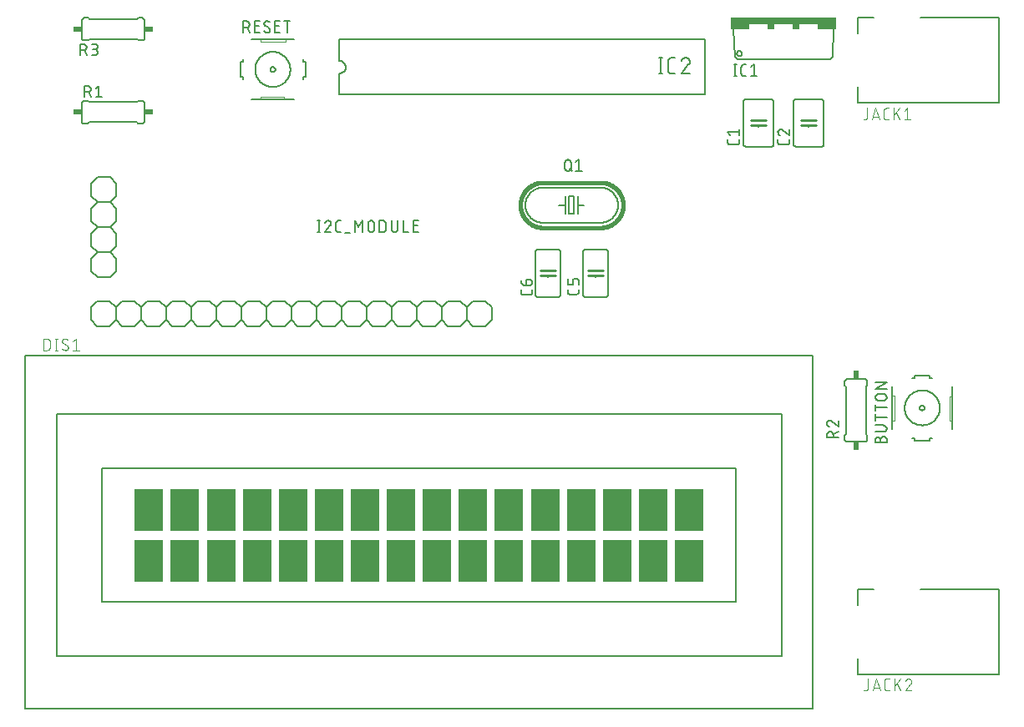
<source format=gbr>
G04 EAGLE Gerber RS-274X export*
G75*
%MOMM*%
%FSLAX34Y34*%
%LPD*%
%INSilkscreen Top*%
%IPPOS*%
%AMOC8*
5,1,8,0,0,1.08239X$1,22.5*%
G01*
%ADD10C,0.152400*%
%ADD11C,0.254000*%
%ADD12C,0.127000*%
%ADD13C,0.177800*%
%ADD14R,10.668000X0.762000*%
%ADD15R,1.905000X0.508000*%
%ADD16R,0.762000X0.508000*%
%ADD17C,0.406400*%
%ADD18C,0.050800*%
%ADD19R,0.863600X0.609600*%
%ADD20R,0.609600X0.863600*%
%ADD21C,0.203200*%
%ADD22R,2.950000X4.350000*%
%ADD23C,0.101600*%


D10*
X729680Y574940D02*
X729680Y618120D01*
X760160Y618120D02*
X760160Y574940D01*
X757620Y620660D02*
X732220Y620660D01*
X732220Y572400D02*
X757620Y572400D01*
X729680Y618120D02*
X729682Y618220D01*
X729688Y618319D01*
X729698Y618419D01*
X729711Y618517D01*
X729729Y618616D01*
X729750Y618713D01*
X729775Y618809D01*
X729804Y618905D01*
X729837Y618999D01*
X729873Y619092D01*
X729913Y619183D01*
X729957Y619273D01*
X730004Y619361D01*
X730054Y619447D01*
X730108Y619531D01*
X730165Y619613D01*
X730225Y619692D01*
X730289Y619770D01*
X730355Y619844D01*
X730424Y619916D01*
X730496Y619985D01*
X730570Y620051D01*
X730648Y620115D01*
X730727Y620175D01*
X730809Y620232D01*
X730893Y620286D01*
X730979Y620336D01*
X731067Y620383D01*
X731157Y620427D01*
X731248Y620467D01*
X731341Y620503D01*
X731435Y620536D01*
X731531Y620565D01*
X731627Y620590D01*
X731724Y620611D01*
X731823Y620629D01*
X731921Y620642D01*
X732021Y620652D01*
X732120Y620658D01*
X732220Y620660D01*
X729680Y574940D02*
X729682Y574840D01*
X729688Y574741D01*
X729698Y574641D01*
X729711Y574543D01*
X729729Y574444D01*
X729750Y574347D01*
X729775Y574251D01*
X729804Y574155D01*
X729837Y574061D01*
X729873Y573968D01*
X729913Y573877D01*
X729957Y573787D01*
X730004Y573699D01*
X730054Y573613D01*
X730108Y573529D01*
X730165Y573447D01*
X730225Y573368D01*
X730289Y573290D01*
X730355Y573216D01*
X730424Y573144D01*
X730496Y573075D01*
X730570Y573009D01*
X730648Y572945D01*
X730727Y572885D01*
X730809Y572828D01*
X730893Y572774D01*
X730979Y572724D01*
X731067Y572677D01*
X731157Y572633D01*
X731248Y572593D01*
X731341Y572557D01*
X731435Y572524D01*
X731531Y572495D01*
X731627Y572470D01*
X731724Y572449D01*
X731823Y572431D01*
X731921Y572418D01*
X732021Y572408D01*
X732120Y572402D01*
X732220Y572400D01*
X760160Y618120D02*
X760158Y618220D01*
X760152Y618319D01*
X760142Y618419D01*
X760129Y618517D01*
X760111Y618616D01*
X760090Y618713D01*
X760065Y618809D01*
X760036Y618905D01*
X760003Y618999D01*
X759967Y619092D01*
X759927Y619183D01*
X759883Y619273D01*
X759836Y619361D01*
X759786Y619447D01*
X759732Y619531D01*
X759675Y619613D01*
X759615Y619692D01*
X759551Y619770D01*
X759485Y619844D01*
X759416Y619916D01*
X759344Y619985D01*
X759270Y620051D01*
X759192Y620115D01*
X759113Y620175D01*
X759031Y620232D01*
X758947Y620286D01*
X758861Y620336D01*
X758773Y620383D01*
X758683Y620427D01*
X758592Y620467D01*
X758499Y620503D01*
X758405Y620536D01*
X758309Y620565D01*
X758213Y620590D01*
X758116Y620611D01*
X758017Y620629D01*
X757919Y620642D01*
X757819Y620652D01*
X757720Y620658D01*
X757620Y620660D01*
X760160Y574940D02*
X760158Y574840D01*
X760152Y574741D01*
X760142Y574641D01*
X760129Y574543D01*
X760111Y574444D01*
X760090Y574347D01*
X760065Y574251D01*
X760036Y574155D01*
X760003Y574061D01*
X759967Y573968D01*
X759927Y573877D01*
X759883Y573787D01*
X759836Y573699D01*
X759786Y573613D01*
X759732Y573529D01*
X759675Y573447D01*
X759615Y573368D01*
X759551Y573290D01*
X759485Y573216D01*
X759416Y573144D01*
X759344Y573075D01*
X759270Y573009D01*
X759192Y572945D01*
X759113Y572885D01*
X759031Y572828D01*
X758947Y572774D01*
X758861Y572724D01*
X758773Y572677D01*
X758683Y572633D01*
X758592Y572593D01*
X758499Y572557D01*
X758405Y572524D01*
X758309Y572495D01*
X758213Y572470D01*
X758116Y572449D01*
X758017Y572431D01*
X757919Y572418D01*
X757819Y572408D01*
X757720Y572402D01*
X757620Y572400D01*
X744920Y599070D02*
X744920Y600340D01*
D11*
X744920Y599070D02*
X737300Y599070D01*
X744920Y599070D02*
X752540Y599070D01*
X744920Y593990D02*
X737300Y593990D01*
X744920Y593990D02*
X752540Y593990D01*
D10*
X744920Y593990D02*
X744920Y592720D01*
D12*
X725235Y579385D02*
X725235Y576845D01*
X725233Y576745D01*
X725227Y576646D01*
X725217Y576546D01*
X725204Y576448D01*
X725186Y576349D01*
X725165Y576252D01*
X725140Y576156D01*
X725111Y576060D01*
X725078Y575966D01*
X725042Y575873D01*
X725002Y575782D01*
X724958Y575692D01*
X724911Y575604D01*
X724861Y575518D01*
X724807Y575434D01*
X724750Y575352D01*
X724690Y575273D01*
X724626Y575195D01*
X724560Y575121D01*
X724491Y575049D01*
X724419Y574980D01*
X724345Y574914D01*
X724267Y574850D01*
X724188Y574790D01*
X724106Y574733D01*
X724022Y574679D01*
X723936Y574629D01*
X723848Y574582D01*
X723758Y574538D01*
X723667Y574498D01*
X723574Y574462D01*
X723480Y574429D01*
X723384Y574400D01*
X723288Y574375D01*
X723191Y574354D01*
X723092Y574336D01*
X722994Y574323D01*
X722894Y574313D01*
X722795Y574307D01*
X722695Y574305D01*
X716345Y574305D01*
X716245Y574307D01*
X716146Y574313D01*
X716046Y574323D01*
X715948Y574336D01*
X715849Y574354D01*
X715752Y574375D01*
X715656Y574400D01*
X715560Y574429D01*
X715466Y574462D01*
X715373Y574498D01*
X715282Y574538D01*
X715192Y574582D01*
X715104Y574629D01*
X715018Y574679D01*
X714934Y574733D01*
X714852Y574790D01*
X714773Y574850D01*
X714695Y574914D01*
X714621Y574980D01*
X714549Y575049D01*
X714480Y575121D01*
X714414Y575195D01*
X714350Y575273D01*
X714290Y575352D01*
X714233Y575434D01*
X714179Y575518D01*
X714129Y575604D01*
X714082Y575692D01*
X714038Y575782D01*
X713998Y575873D01*
X713962Y575966D01*
X713929Y576060D01*
X713900Y576156D01*
X713875Y576252D01*
X713854Y576349D01*
X713836Y576448D01*
X713823Y576546D01*
X713813Y576646D01*
X713807Y576745D01*
X713805Y576845D01*
X713805Y579385D01*
X716345Y583867D02*
X713805Y587042D01*
X725235Y587042D01*
X725235Y583867D02*
X725235Y590217D01*
D10*
X780480Y574940D02*
X780480Y618120D01*
X810960Y618120D02*
X810960Y574940D01*
X808420Y620660D02*
X783020Y620660D01*
X783020Y572400D02*
X808420Y572400D01*
X780480Y618120D02*
X780482Y618220D01*
X780488Y618319D01*
X780498Y618419D01*
X780511Y618517D01*
X780529Y618616D01*
X780550Y618713D01*
X780575Y618809D01*
X780604Y618905D01*
X780637Y618999D01*
X780673Y619092D01*
X780713Y619183D01*
X780757Y619273D01*
X780804Y619361D01*
X780854Y619447D01*
X780908Y619531D01*
X780965Y619613D01*
X781025Y619692D01*
X781089Y619770D01*
X781155Y619844D01*
X781224Y619916D01*
X781296Y619985D01*
X781370Y620051D01*
X781448Y620115D01*
X781527Y620175D01*
X781609Y620232D01*
X781693Y620286D01*
X781779Y620336D01*
X781867Y620383D01*
X781957Y620427D01*
X782048Y620467D01*
X782141Y620503D01*
X782235Y620536D01*
X782331Y620565D01*
X782427Y620590D01*
X782524Y620611D01*
X782623Y620629D01*
X782721Y620642D01*
X782821Y620652D01*
X782920Y620658D01*
X783020Y620660D01*
X780480Y574940D02*
X780482Y574840D01*
X780488Y574741D01*
X780498Y574641D01*
X780511Y574543D01*
X780529Y574444D01*
X780550Y574347D01*
X780575Y574251D01*
X780604Y574155D01*
X780637Y574061D01*
X780673Y573968D01*
X780713Y573877D01*
X780757Y573787D01*
X780804Y573699D01*
X780854Y573613D01*
X780908Y573529D01*
X780965Y573447D01*
X781025Y573368D01*
X781089Y573290D01*
X781155Y573216D01*
X781224Y573144D01*
X781296Y573075D01*
X781370Y573009D01*
X781448Y572945D01*
X781527Y572885D01*
X781609Y572828D01*
X781693Y572774D01*
X781779Y572724D01*
X781867Y572677D01*
X781957Y572633D01*
X782048Y572593D01*
X782141Y572557D01*
X782235Y572524D01*
X782331Y572495D01*
X782427Y572470D01*
X782524Y572449D01*
X782623Y572431D01*
X782721Y572418D01*
X782821Y572408D01*
X782920Y572402D01*
X783020Y572400D01*
X810960Y618120D02*
X810958Y618220D01*
X810952Y618319D01*
X810942Y618419D01*
X810929Y618517D01*
X810911Y618616D01*
X810890Y618713D01*
X810865Y618809D01*
X810836Y618905D01*
X810803Y618999D01*
X810767Y619092D01*
X810727Y619183D01*
X810683Y619273D01*
X810636Y619361D01*
X810586Y619447D01*
X810532Y619531D01*
X810475Y619613D01*
X810415Y619692D01*
X810351Y619770D01*
X810285Y619844D01*
X810216Y619916D01*
X810144Y619985D01*
X810070Y620051D01*
X809992Y620115D01*
X809913Y620175D01*
X809831Y620232D01*
X809747Y620286D01*
X809661Y620336D01*
X809573Y620383D01*
X809483Y620427D01*
X809392Y620467D01*
X809299Y620503D01*
X809205Y620536D01*
X809109Y620565D01*
X809013Y620590D01*
X808916Y620611D01*
X808817Y620629D01*
X808719Y620642D01*
X808619Y620652D01*
X808520Y620658D01*
X808420Y620660D01*
X810960Y574940D02*
X810958Y574840D01*
X810952Y574741D01*
X810942Y574641D01*
X810929Y574543D01*
X810911Y574444D01*
X810890Y574347D01*
X810865Y574251D01*
X810836Y574155D01*
X810803Y574061D01*
X810767Y573968D01*
X810727Y573877D01*
X810683Y573787D01*
X810636Y573699D01*
X810586Y573613D01*
X810532Y573529D01*
X810475Y573447D01*
X810415Y573368D01*
X810351Y573290D01*
X810285Y573216D01*
X810216Y573144D01*
X810144Y573075D01*
X810070Y573009D01*
X809992Y572945D01*
X809913Y572885D01*
X809831Y572828D01*
X809747Y572774D01*
X809661Y572724D01*
X809573Y572677D01*
X809483Y572633D01*
X809392Y572593D01*
X809299Y572557D01*
X809205Y572524D01*
X809109Y572495D01*
X809013Y572470D01*
X808916Y572449D01*
X808817Y572431D01*
X808719Y572418D01*
X808619Y572408D01*
X808520Y572402D01*
X808420Y572400D01*
X795720Y599070D02*
X795720Y600340D01*
D11*
X795720Y599070D02*
X788100Y599070D01*
X795720Y599070D02*
X803340Y599070D01*
X795720Y593990D02*
X788100Y593990D01*
X795720Y593990D02*
X803340Y593990D01*
D10*
X795720Y593990D02*
X795720Y592720D01*
D12*
X776035Y579385D02*
X776035Y576845D01*
X776033Y576745D01*
X776027Y576646D01*
X776017Y576546D01*
X776004Y576448D01*
X775986Y576349D01*
X775965Y576252D01*
X775940Y576156D01*
X775911Y576060D01*
X775878Y575966D01*
X775842Y575873D01*
X775802Y575782D01*
X775758Y575692D01*
X775711Y575604D01*
X775661Y575518D01*
X775607Y575434D01*
X775550Y575352D01*
X775490Y575273D01*
X775426Y575195D01*
X775360Y575121D01*
X775291Y575049D01*
X775219Y574980D01*
X775145Y574914D01*
X775067Y574850D01*
X774988Y574790D01*
X774906Y574733D01*
X774822Y574679D01*
X774736Y574629D01*
X774648Y574582D01*
X774558Y574538D01*
X774467Y574498D01*
X774374Y574462D01*
X774280Y574429D01*
X774184Y574400D01*
X774088Y574375D01*
X773991Y574354D01*
X773892Y574336D01*
X773794Y574323D01*
X773694Y574313D01*
X773595Y574307D01*
X773495Y574305D01*
X767145Y574305D01*
X767045Y574307D01*
X766946Y574313D01*
X766846Y574323D01*
X766748Y574336D01*
X766649Y574354D01*
X766552Y574375D01*
X766456Y574400D01*
X766360Y574429D01*
X766266Y574462D01*
X766173Y574498D01*
X766082Y574538D01*
X765992Y574582D01*
X765904Y574629D01*
X765818Y574679D01*
X765734Y574733D01*
X765652Y574790D01*
X765573Y574850D01*
X765495Y574914D01*
X765421Y574980D01*
X765349Y575049D01*
X765280Y575121D01*
X765214Y575195D01*
X765150Y575273D01*
X765090Y575352D01*
X765033Y575434D01*
X764979Y575518D01*
X764929Y575604D01*
X764882Y575692D01*
X764838Y575782D01*
X764798Y575873D01*
X764762Y575966D01*
X764729Y576060D01*
X764700Y576156D01*
X764675Y576252D01*
X764654Y576349D01*
X764636Y576448D01*
X764623Y576546D01*
X764613Y576646D01*
X764607Y576745D01*
X764605Y576845D01*
X764605Y579385D01*
X764605Y587360D02*
X764607Y587464D01*
X764613Y587569D01*
X764622Y587673D01*
X764635Y587776D01*
X764653Y587879D01*
X764673Y587981D01*
X764698Y588083D01*
X764726Y588183D01*
X764758Y588283D01*
X764794Y588381D01*
X764833Y588478D01*
X764875Y588573D01*
X764921Y588667D01*
X764971Y588759D01*
X765023Y588849D01*
X765079Y588937D01*
X765139Y589023D01*
X765201Y589107D01*
X765266Y589188D01*
X765334Y589267D01*
X765406Y589344D01*
X765479Y589417D01*
X765556Y589489D01*
X765635Y589557D01*
X765716Y589622D01*
X765800Y589684D01*
X765886Y589744D01*
X765974Y589800D01*
X766064Y589852D01*
X766156Y589902D01*
X766250Y589948D01*
X766345Y589990D01*
X766442Y590029D01*
X766540Y590065D01*
X766640Y590097D01*
X766740Y590125D01*
X766842Y590150D01*
X766944Y590170D01*
X767047Y590188D01*
X767150Y590201D01*
X767254Y590210D01*
X767359Y590216D01*
X767463Y590218D01*
X764605Y587360D02*
X764607Y587242D01*
X764613Y587123D01*
X764622Y587005D01*
X764635Y586888D01*
X764653Y586771D01*
X764673Y586654D01*
X764698Y586538D01*
X764726Y586423D01*
X764759Y586310D01*
X764794Y586197D01*
X764834Y586085D01*
X764876Y585975D01*
X764923Y585866D01*
X764973Y585758D01*
X765026Y585653D01*
X765083Y585549D01*
X765143Y585447D01*
X765206Y585347D01*
X765273Y585249D01*
X765342Y585153D01*
X765415Y585060D01*
X765491Y584969D01*
X765569Y584880D01*
X765651Y584794D01*
X765735Y584711D01*
X765821Y584630D01*
X765911Y584553D01*
X766002Y584478D01*
X766096Y584406D01*
X766193Y584337D01*
X766291Y584272D01*
X766392Y584209D01*
X766495Y584150D01*
X766599Y584094D01*
X766705Y584042D01*
X766813Y583993D01*
X766922Y583948D01*
X767033Y583906D01*
X767145Y583868D01*
X769685Y589265D02*
X769610Y589341D01*
X769531Y589416D01*
X769450Y589487D01*
X769366Y589556D01*
X769280Y589621D01*
X769192Y589683D01*
X769102Y589743D01*
X769010Y589799D01*
X768915Y589852D01*
X768819Y589901D01*
X768721Y589947D01*
X768622Y589990D01*
X768521Y590029D01*
X768419Y590064D01*
X768316Y590096D01*
X768212Y590124D01*
X768107Y590149D01*
X768000Y590170D01*
X767894Y590187D01*
X767787Y590200D01*
X767679Y590209D01*
X767571Y590215D01*
X767463Y590217D01*
X769685Y589265D02*
X776035Y583867D01*
X776035Y590217D01*
D10*
X566930Y465730D02*
X566930Y422550D01*
X592330Y422550D02*
X592330Y465730D01*
X589790Y468270D02*
X569470Y468270D01*
X569470Y420010D02*
X589790Y420010D01*
X566930Y465730D02*
X566932Y465830D01*
X566938Y465929D01*
X566948Y466029D01*
X566961Y466127D01*
X566979Y466226D01*
X567000Y466323D01*
X567025Y466419D01*
X567054Y466515D01*
X567087Y466609D01*
X567123Y466702D01*
X567163Y466793D01*
X567207Y466883D01*
X567254Y466971D01*
X567304Y467057D01*
X567358Y467141D01*
X567415Y467223D01*
X567475Y467302D01*
X567539Y467380D01*
X567605Y467454D01*
X567674Y467526D01*
X567746Y467595D01*
X567820Y467661D01*
X567898Y467725D01*
X567977Y467785D01*
X568059Y467842D01*
X568143Y467896D01*
X568229Y467946D01*
X568317Y467993D01*
X568407Y468037D01*
X568498Y468077D01*
X568591Y468113D01*
X568685Y468146D01*
X568781Y468175D01*
X568877Y468200D01*
X568974Y468221D01*
X569073Y468239D01*
X569171Y468252D01*
X569271Y468262D01*
X569370Y468268D01*
X569470Y468270D01*
X566930Y422550D02*
X566932Y422450D01*
X566938Y422351D01*
X566948Y422251D01*
X566961Y422153D01*
X566979Y422054D01*
X567000Y421957D01*
X567025Y421861D01*
X567054Y421765D01*
X567087Y421671D01*
X567123Y421578D01*
X567163Y421487D01*
X567207Y421397D01*
X567254Y421309D01*
X567304Y421223D01*
X567358Y421139D01*
X567415Y421057D01*
X567475Y420978D01*
X567539Y420900D01*
X567605Y420826D01*
X567674Y420754D01*
X567746Y420685D01*
X567820Y420619D01*
X567898Y420555D01*
X567977Y420495D01*
X568059Y420438D01*
X568143Y420384D01*
X568229Y420334D01*
X568317Y420287D01*
X568407Y420243D01*
X568498Y420203D01*
X568591Y420167D01*
X568685Y420134D01*
X568781Y420105D01*
X568877Y420080D01*
X568974Y420059D01*
X569073Y420041D01*
X569171Y420028D01*
X569271Y420018D01*
X569370Y420012D01*
X569470Y420010D01*
X592330Y465730D02*
X592328Y465830D01*
X592322Y465929D01*
X592312Y466029D01*
X592299Y466127D01*
X592281Y466226D01*
X592260Y466323D01*
X592235Y466419D01*
X592206Y466515D01*
X592173Y466609D01*
X592137Y466702D01*
X592097Y466793D01*
X592053Y466883D01*
X592006Y466971D01*
X591956Y467057D01*
X591902Y467141D01*
X591845Y467223D01*
X591785Y467302D01*
X591721Y467380D01*
X591655Y467454D01*
X591586Y467526D01*
X591514Y467595D01*
X591440Y467661D01*
X591362Y467725D01*
X591283Y467785D01*
X591201Y467842D01*
X591117Y467896D01*
X591031Y467946D01*
X590943Y467993D01*
X590853Y468037D01*
X590762Y468077D01*
X590669Y468113D01*
X590575Y468146D01*
X590479Y468175D01*
X590383Y468200D01*
X590286Y468221D01*
X590187Y468239D01*
X590089Y468252D01*
X589989Y468262D01*
X589890Y468268D01*
X589790Y468270D01*
X592330Y422550D02*
X592328Y422450D01*
X592322Y422351D01*
X592312Y422251D01*
X592299Y422153D01*
X592281Y422054D01*
X592260Y421957D01*
X592235Y421861D01*
X592206Y421765D01*
X592173Y421671D01*
X592137Y421578D01*
X592097Y421487D01*
X592053Y421397D01*
X592006Y421309D01*
X591956Y421223D01*
X591902Y421139D01*
X591845Y421057D01*
X591785Y420978D01*
X591721Y420900D01*
X591655Y420826D01*
X591586Y420754D01*
X591514Y420685D01*
X591440Y420619D01*
X591362Y420555D01*
X591283Y420495D01*
X591201Y420438D01*
X591117Y420384D01*
X591031Y420334D01*
X590943Y420287D01*
X590853Y420243D01*
X590762Y420203D01*
X590669Y420167D01*
X590575Y420134D01*
X590479Y420105D01*
X590383Y420080D01*
X590286Y420059D01*
X590187Y420041D01*
X590089Y420028D01*
X589989Y420018D01*
X589890Y420012D01*
X589790Y420010D01*
X579630Y446680D02*
X579630Y447950D01*
D11*
X579630Y446680D02*
X572010Y446680D01*
X579630Y446680D02*
X587250Y446680D01*
X579630Y441600D02*
X572010Y441600D01*
X579630Y441600D02*
X587250Y441600D01*
D10*
X579630Y441600D02*
X579630Y440330D01*
D12*
X562725Y427685D02*
X562725Y425145D01*
X562723Y425045D01*
X562717Y424946D01*
X562707Y424846D01*
X562694Y424748D01*
X562676Y424649D01*
X562655Y424552D01*
X562630Y424456D01*
X562601Y424360D01*
X562568Y424266D01*
X562532Y424173D01*
X562492Y424082D01*
X562448Y423992D01*
X562401Y423904D01*
X562351Y423818D01*
X562297Y423734D01*
X562240Y423652D01*
X562180Y423573D01*
X562116Y423495D01*
X562050Y423421D01*
X561981Y423349D01*
X561909Y423280D01*
X561835Y423214D01*
X561757Y423150D01*
X561678Y423090D01*
X561596Y423033D01*
X561512Y422979D01*
X561426Y422929D01*
X561338Y422882D01*
X561248Y422838D01*
X561157Y422798D01*
X561064Y422762D01*
X560970Y422729D01*
X560874Y422700D01*
X560778Y422675D01*
X560681Y422654D01*
X560582Y422636D01*
X560484Y422623D01*
X560384Y422613D01*
X560285Y422607D01*
X560185Y422605D01*
X553835Y422605D01*
X553735Y422607D01*
X553636Y422613D01*
X553536Y422623D01*
X553438Y422636D01*
X553339Y422654D01*
X553242Y422675D01*
X553146Y422700D01*
X553050Y422729D01*
X552956Y422762D01*
X552863Y422798D01*
X552772Y422838D01*
X552682Y422882D01*
X552594Y422929D01*
X552508Y422979D01*
X552424Y423033D01*
X552342Y423090D01*
X552263Y423150D01*
X552185Y423214D01*
X552111Y423280D01*
X552039Y423349D01*
X551970Y423421D01*
X551904Y423495D01*
X551840Y423573D01*
X551780Y423652D01*
X551723Y423734D01*
X551669Y423818D01*
X551619Y423904D01*
X551572Y423992D01*
X551528Y424082D01*
X551488Y424173D01*
X551452Y424266D01*
X551419Y424360D01*
X551390Y424456D01*
X551365Y424552D01*
X551344Y424649D01*
X551326Y424748D01*
X551313Y424846D01*
X551303Y424946D01*
X551297Y425045D01*
X551295Y425145D01*
X551295Y427685D01*
X562725Y432167D02*
X562725Y435977D01*
X562723Y436077D01*
X562717Y436176D01*
X562707Y436276D01*
X562694Y436374D01*
X562676Y436473D01*
X562655Y436570D01*
X562630Y436666D01*
X562601Y436762D01*
X562568Y436856D01*
X562532Y436949D01*
X562492Y437040D01*
X562448Y437130D01*
X562401Y437218D01*
X562351Y437304D01*
X562297Y437388D01*
X562240Y437470D01*
X562180Y437549D01*
X562116Y437627D01*
X562050Y437701D01*
X561981Y437773D01*
X561909Y437842D01*
X561835Y437908D01*
X561757Y437972D01*
X561678Y438032D01*
X561596Y438089D01*
X561512Y438143D01*
X561426Y438193D01*
X561338Y438240D01*
X561248Y438284D01*
X561157Y438324D01*
X561064Y438360D01*
X560970Y438393D01*
X560874Y438422D01*
X560778Y438447D01*
X560681Y438468D01*
X560582Y438486D01*
X560484Y438499D01*
X560384Y438509D01*
X560285Y438515D01*
X560185Y438517D01*
X558915Y438517D01*
X558815Y438515D01*
X558716Y438509D01*
X558616Y438499D01*
X558518Y438486D01*
X558419Y438468D01*
X558322Y438447D01*
X558226Y438422D01*
X558130Y438393D01*
X558036Y438360D01*
X557943Y438324D01*
X557852Y438284D01*
X557762Y438240D01*
X557674Y438193D01*
X557588Y438143D01*
X557504Y438089D01*
X557422Y438032D01*
X557343Y437972D01*
X557265Y437908D01*
X557191Y437842D01*
X557119Y437773D01*
X557050Y437701D01*
X556984Y437627D01*
X556920Y437549D01*
X556860Y437470D01*
X556803Y437388D01*
X556749Y437304D01*
X556699Y437218D01*
X556652Y437130D01*
X556608Y437040D01*
X556568Y436949D01*
X556532Y436856D01*
X556499Y436762D01*
X556470Y436666D01*
X556445Y436570D01*
X556424Y436473D01*
X556406Y436374D01*
X556393Y436276D01*
X556383Y436176D01*
X556377Y436077D01*
X556375Y435977D01*
X556375Y432167D01*
X551295Y432167D01*
X551295Y438517D01*
D10*
X518530Y422550D02*
X518530Y465730D01*
X543930Y465730D02*
X543930Y422550D01*
X541390Y468270D02*
X521070Y468270D01*
X521070Y420010D02*
X541390Y420010D01*
X518530Y465730D02*
X518532Y465830D01*
X518538Y465929D01*
X518548Y466029D01*
X518561Y466127D01*
X518579Y466226D01*
X518600Y466323D01*
X518625Y466419D01*
X518654Y466515D01*
X518687Y466609D01*
X518723Y466702D01*
X518763Y466793D01*
X518807Y466883D01*
X518854Y466971D01*
X518904Y467057D01*
X518958Y467141D01*
X519015Y467223D01*
X519075Y467302D01*
X519139Y467380D01*
X519205Y467454D01*
X519274Y467526D01*
X519346Y467595D01*
X519420Y467661D01*
X519498Y467725D01*
X519577Y467785D01*
X519659Y467842D01*
X519743Y467896D01*
X519829Y467946D01*
X519917Y467993D01*
X520007Y468037D01*
X520098Y468077D01*
X520191Y468113D01*
X520285Y468146D01*
X520381Y468175D01*
X520477Y468200D01*
X520574Y468221D01*
X520673Y468239D01*
X520771Y468252D01*
X520871Y468262D01*
X520970Y468268D01*
X521070Y468270D01*
X518530Y422550D02*
X518532Y422450D01*
X518538Y422351D01*
X518548Y422251D01*
X518561Y422153D01*
X518579Y422054D01*
X518600Y421957D01*
X518625Y421861D01*
X518654Y421765D01*
X518687Y421671D01*
X518723Y421578D01*
X518763Y421487D01*
X518807Y421397D01*
X518854Y421309D01*
X518904Y421223D01*
X518958Y421139D01*
X519015Y421057D01*
X519075Y420978D01*
X519139Y420900D01*
X519205Y420826D01*
X519274Y420754D01*
X519346Y420685D01*
X519420Y420619D01*
X519498Y420555D01*
X519577Y420495D01*
X519659Y420438D01*
X519743Y420384D01*
X519829Y420334D01*
X519917Y420287D01*
X520007Y420243D01*
X520098Y420203D01*
X520191Y420167D01*
X520285Y420134D01*
X520381Y420105D01*
X520477Y420080D01*
X520574Y420059D01*
X520673Y420041D01*
X520771Y420028D01*
X520871Y420018D01*
X520970Y420012D01*
X521070Y420010D01*
X543930Y465730D02*
X543928Y465830D01*
X543922Y465929D01*
X543912Y466029D01*
X543899Y466127D01*
X543881Y466226D01*
X543860Y466323D01*
X543835Y466419D01*
X543806Y466515D01*
X543773Y466609D01*
X543737Y466702D01*
X543697Y466793D01*
X543653Y466883D01*
X543606Y466971D01*
X543556Y467057D01*
X543502Y467141D01*
X543445Y467223D01*
X543385Y467302D01*
X543321Y467380D01*
X543255Y467454D01*
X543186Y467526D01*
X543114Y467595D01*
X543040Y467661D01*
X542962Y467725D01*
X542883Y467785D01*
X542801Y467842D01*
X542717Y467896D01*
X542631Y467946D01*
X542543Y467993D01*
X542453Y468037D01*
X542362Y468077D01*
X542269Y468113D01*
X542175Y468146D01*
X542079Y468175D01*
X541983Y468200D01*
X541886Y468221D01*
X541787Y468239D01*
X541689Y468252D01*
X541589Y468262D01*
X541490Y468268D01*
X541390Y468270D01*
X543930Y422550D02*
X543928Y422450D01*
X543922Y422351D01*
X543912Y422251D01*
X543899Y422153D01*
X543881Y422054D01*
X543860Y421957D01*
X543835Y421861D01*
X543806Y421765D01*
X543773Y421671D01*
X543737Y421578D01*
X543697Y421487D01*
X543653Y421397D01*
X543606Y421309D01*
X543556Y421223D01*
X543502Y421139D01*
X543445Y421057D01*
X543385Y420978D01*
X543321Y420900D01*
X543255Y420826D01*
X543186Y420754D01*
X543114Y420685D01*
X543040Y420619D01*
X542962Y420555D01*
X542883Y420495D01*
X542801Y420438D01*
X542717Y420384D01*
X542631Y420334D01*
X542543Y420287D01*
X542453Y420243D01*
X542362Y420203D01*
X542269Y420167D01*
X542175Y420134D01*
X542079Y420105D01*
X541983Y420080D01*
X541886Y420059D01*
X541787Y420041D01*
X541689Y420028D01*
X541589Y420018D01*
X541490Y420012D01*
X541390Y420010D01*
X531230Y446680D02*
X531230Y447950D01*
D11*
X531230Y446680D02*
X523610Y446680D01*
X531230Y446680D02*
X538850Y446680D01*
X531230Y441600D02*
X523610Y441600D01*
X531230Y441600D02*
X538850Y441600D01*
D10*
X531230Y441600D02*
X531230Y440330D01*
D12*
X515355Y426995D02*
X515355Y424455D01*
X515353Y424355D01*
X515347Y424256D01*
X515337Y424156D01*
X515324Y424058D01*
X515306Y423959D01*
X515285Y423862D01*
X515260Y423766D01*
X515231Y423670D01*
X515198Y423576D01*
X515162Y423483D01*
X515122Y423392D01*
X515078Y423302D01*
X515031Y423214D01*
X514981Y423128D01*
X514927Y423044D01*
X514870Y422962D01*
X514810Y422883D01*
X514746Y422805D01*
X514680Y422731D01*
X514611Y422659D01*
X514539Y422590D01*
X514465Y422524D01*
X514387Y422460D01*
X514308Y422400D01*
X514226Y422343D01*
X514142Y422289D01*
X514056Y422239D01*
X513968Y422192D01*
X513878Y422148D01*
X513787Y422108D01*
X513694Y422072D01*
X513600Y422039D01*
X513504Y422010D01*
X513408Y421985D01*
X513311Y421964D01*
X513212Y421946D01*
X513114Y421933D01*
X513014Y421923D01*
X512915Y421917D01*
X512815Y421915D01*
X506465Y421915D01*
X506365Y421917D01*
X506266Y421923D01*
X506166Y421933D01*
X506068Y421946D01*
X505969Y421964D01*
X505872Y421985D01*
X505776Y422010D01*
X505680Y422039D01*
X505586Y422072D01*
X505493Y422108D01*
X505402Y422148D01*
X505312Y422192D01*
X505224Y422239D01*
X505138Y422289D01*
X505054Y422343D01*
X504972Y422400D01*
X504893Y422460D01*
X504815Y422524D01*
X504741Y422590D01*
X504669Y422659D01*
X504600Y422731D01*
X504534Y422805D01*
X504470Y422883D01*
X504410Y422962D01*
X504353Y423044D01*
X504299Y423128D01*
X504249Y423214D01*
X504202Y423302D01*
X504158Y423392D01*
X504118Y423483D01*
X504082Y423576D01*
X504049Y423670D01*
X504020Y423766D01*
X503995Y423862D01*
X503974Y423959D01*
X503956Y424058D01*
X503943Y424156D01*
X503933Y424256D01*
X503927Y424355D01*
X503925Y424455D01*
X503925Y426995D01*
X509005Y431477D02*
X509005Y435287D01*
X509007Y435387D01*
X509013Y435486D01*
X509023Y435586D01*
X509036Y435684D01*
X509054Y435783D01*
X509075Y435880D01*
X509100Y435976D01*
X509129Y436072D01*
X509162Y436166D01*
X509198Y436259D01*
X509238Y436350D01*
X509282Y436440D01*
X509329Y436528D01*
X509379Y436614D01*
X509433Y436698D01*
X509490Y436780D01*
X509550Y436859D01*
X509614Y436937D01*
X509680Y437011D01*
X509749Y437083D01*
X509821Y437152D01*
X509895Y437218D01*
X509973Y437282D01*
X510052Y437342D01*
X510134Y437399D01*
X510218Y437453D01*
X510304Y437503D01*
X510392Y437550D01*
X510482Y437594D01*
X510573Y437634D01*
X510666Y437670D01*
X510760Y437703D01*
X510856Y437732D01*
X510952Y437757D01*
X511049Y437778D01*
X511148Y437796D01*
X511246Y437809D01*
X511346Y437819D01*
X511445Y437825D01*
X511545Y437827D01*
X512180Y437827D01*
X512291Y437825D01*
X512401Y437819D01*
X512512Y437810D01*
X512622Y437796D01*
X512731Y437779D01*
X512840Y437758D01*
X512948Y437733D01*
X513055Y437704D01*
X513161Y437672D01*
X513266Y437636D01*
X513369Y437596D01*
X513471Y437553D01*
X513572Y437506D01*
X513671Y437455D01*
X513768Y437402D01*
X513862Y437345D01*
X513955Y437284D01*
X514046Y437221D01*
X514135Y437154D01*
X514221Y437084D01*
X514304Y437011D01*
X514386Y436936D01*
X514464Y436858D01*
X514539Y436776D01*
X514612Y436693D01*
X514682Y436607D01*
X514749Y436518D01*
X514812Y436427D01*
X514873Y436334D01*
X514930Y436239D01*
X514983Y436143D01*
X515034Y436044D01*
X515081Y435943D01*
X515124Y435841D01*
X515164Y435738D01*
X515200Y435633D01*
X515232Y435527D01*
X515261Y435420D01*
X515286Y435312D01*
X515307Y435203D01*
X515324Y435094D01*
X515338Y434984D01*
X515347Y434873D01*
X515353Y434763D01*
X515355Y434652D01*
X515353Y434541D01*
X515347Y434431D01*
X515338Y434320D01*
X515324Y434210D01*
X515307Y434101D01*
X515286Y433992D01*
X515261Y433884D01*
X515232Y433777D01*
X515200Y433671D01*
X515164Y433566D01*
X515124Y433463D01*
X515081Y433361D01*
X515034Y433260D01*
X514983Y433161D01*
X514930Y433064D01*
X514873Y432970D01*
X514812Y432877D01*
X514749Y432786D01*
X514682Y432697D01*
X514612Y432611D01*
X514539Y432528D01*
X514464Y432446D01*
X514386Y432368D01*
X514304Y432293D01*
X514221Y432220D01*
X514135Y432150D01*
X514046Y432083D01*
X513955Y432020D01*
X513862Y431959D01*
X513768Y431902D01*
X513671Y431849D01*
X513572Y431798D01*
X513471Y431751D01*
X513369Y431708D01*
X513266Y431668D01*
X513161Y431632D01*
X513055Y431600D01*
X512948Y431571D01*
X512840Y431546D01*
X512731Y431525D01*
X512622Y431508D01*
X512512Y431494D01*
X512401Y431485D01*
X512291Y431479D01*
X512180Y431477D01*
X509005Y431477D01*
X508865Y431479D01*
X508725Y431485D01*
X508585Y431494D01*
X508446Y431508D01*
X508307Y431525D01*
X508169Y431546D01*
X508031Y431571D01*
X507894Y431600D01*
X507758Y431632D01*
X507623Y431669D01*
X507489Y431709D01*
X507356Y431752D01*
X507224Y431800D01*
X507093Y431850D01*
X506964Y431905D01*
X506837Y431963D01*
X506711Y432024D01*
X506587Y432089D01*
X506465Y432158D01*
X506345Y432229D01*
X506227Y432304D01*
X506110Y432382D01*
X505996Y432464D01*
X505885Y432548D01*
X505776Y432636D01*
X505669Y432726D01*
X505564Y432820D01*
X505463Y432916D01*
X505364Y433015D01*
X505268Y433116D01*
X505174Y433221D01*
X505084Y433328D01*
X504996Y433437D01*
X504912Y433548D01*
X504830Y433662D01*
X504752Y433779D01*
X504677Y433897D01*
X504606Y434017D01*
X504537Y434139D01*
X504472Y434263D01*
X504411Y434389D01*
X504353Y434516D01*
X504298Y434645D01*
X504248Y434776D01*
X504200Y434908D01*
X504157Y435041D01*
X504117Y435175D01*
X504080Y435310D01*
X504048Y435446D01*
X504019Y435583D01*
X503994Y435721D01*
X503973Y435859D01*
X503956Y435998D01*
X503942Y436137D01*
X503933Y436277D01*
X503927Y436417D01*
X503925Y436557D01*
D10*
X320060Y625260D02*
X320060Y646850D01*
X320218Y646852D01*
X320377Y646858D01*
X320535Y646868D01*
X320692Y646882D01*
X320850Y646899D01*
X321006Y646921D01*
X321163Y646946D01*
X321318Y646976D01*
X321473Y647009D01*
X321627Y647046D01*
X321780Y647087D01*
X321932Y647132D01*
X322082Y647181D01*
X322232Y647233D01*
X322380Y647289D01*
X322527Y647349D01*
X322672Y647412D01*
X322815Y647479D01*
X322957Y647549D01*
X323097Y647623D01*
X323235Y647701D01*
X323371Y647782D01*
X323505Y647866D01*
X323637Y647953D01*
X323767Y648044D01*
X323894Y648138D01*
X324019Y648235D01*
X324142Y648336D01*
X324262Y648439D01*
X324379Y648545D01*
X324494Y648654D01*
X324606Y648766D01*
X324715Y648881D01*
X324821Y648998D01*
X324924Y649118D01*
X325025Y649241D01*
X325122Y649366D01*
X325216Y649493D01*
X325307Y649623D01*
X325394Y649755D01*
X325478Y649889D01*
X325559Y650025D01*
X325637Y650163D01*
X325711Y650303D01*
X325781Y650445D01*
X325848Y650588D01*
X325911Y650733D01*
X325971Y650880D01*
X326027Y651028D01*
X326079Y651178D01*
X326128Y651328D01*
X326173Y651480D01*
X326214Y651633D01*
X326251Y651787D01*
X326284Y651942D01*
X326314Y652097D01*
X326339Y652254D01*
X326361Y652410D01*
X326378Y652568D01*
X326392Y652725D01*
X326402Y652883D01*
X326408Y653042D01*
X326410Y653200D01*
X326408Y653358D01*
X326402Y653517D01*
X326392Y653675D01*
X326378Y653832D01*
X326361Y653990D01*
X326339Y654146D01*
X326314Y654303D01*
X326284Y654458D01*
X326251Y654613D01*
X326214Y654767D01*
X326173Y654920D01*
X326128Y655072D01*
X326079Y655222D01*
X326027Y655372D01*
X325971Y655520D01*
X325911Y655667D01*
X325848Y655812D01*
X325781Y655955D01*
X325711Y656097D01*
X325637Y656237D01*
X325559Y656375D01*
X325478Y656511D01*
X325394Y656645D01*
X325307Y656777D01*
X325216Y656907D01*
X325122Y657034D01*
X325025Y657159D01*
X324924Y657282D01*
X324821Y657402D01*
X324715Y657519D01*
X324606Y657634D01*
X324494Y657746D01*
X324379Y657855D01*
X324262Y657961D01*
X324142Y658064D01*
X324019Y658165D01*
X323894Y658262D01*
X323767Y658356D01*
X323637Y658447D01*
X323505Y658534D01*
X323371Y658618D01*
X323235Y658699D01*
X323097Y658777D01*
X322957Y658851D01*
X322815Y658921D01*
X322672Y658988D01*
X322527Y659051D01*
X322380Y659111D01*
X322232Y659167D01*
X322082Y659219D01*
X321932Y659268D01*
X321780Y659313D01*
X321627Y659354D01*
X321473Y659391D01*
X321318Y659424D01*
X321163Y659454D01*
X321006Y659479D01*
X320850Y659501D01*
X320692Y659518D01*
X320535Y659532D01*
X320377Y659542D01*
X320218Y659548D01*
X320060Y659550D01*
X320060Y625260D02*
X690900Y625260D01*
X320060Y659550D02*
X320060Y681140D01*
X690900Y681140D01*
X690900Y625260D01*
D13*
X645335Y646605D02*
X645335Y662607D01*
X643557Y646605D02*
X647113Y646605D01*
X647113Y662607D02*
X643557Y662607D01*
X656907Y646605D02*
X660463Y646605D01*
X656907Y646605D02*
X656791Y646607D01*
X656674Y646613D01*
X656558Y646622D01*
X656443Y646635D01*
X656328Y646652D01*
X656213Y646673D01*
X656100Y646698D01*
X655987Y646726D01*
X655875Y646758D01*
X655764Y646794D01*
X655654Y646833D01*
X655546Y646876D01*
X655439Y646922D01*
X655334Y646972D01*
X655231Y647025D01*
X655129Y647081D01*
X655029Y647141D01*
X654931Y647204D01*
X654836Y647271D01*
X654742Y647340D01*
X654651Y647412D01*
X654562Y647487D01*
X654476Y647566D01*
X654393Y647647D01*
X654312Y647730D01*
X654233Y647816D01*
X654158Y647905D01*
X654086Y647996D01*
X654017Y648090D01*
X653950Y648185D01*
X653887Y648283D01*
X653827Y648383D01*
X653771Y648485D01*
X653718Y648588D01*
X653668Y648693D01*
X653622Y648800D01*
X653579Y648908D01*
X653540Y649018D01*
X653504Y649129D01*
X653472Y649241D01*
X653444Y649354D01*
X653419Y649467D01*
X653398Y649582D01*
X653381Y649697D01*
X653368Y649812D01*
X653359Y649928D01*
X653353Y650045D01*
X653351Y650161D01*
X653351Y659051D01*
X653353Y659167D01*
X653359Y659284D01*
X653368Y659400D01*
X653381Y659515D01*
X653398Y659630D01*
X653419Y659745D01*
X653444Y659858D01*
X653472Y659971D01*
X653504Y660083D01*
X653540Y660194D01*
X653579Y660304D01*
X653622Y660412D01*
X653668Y660519D01*
X653718Y660624D01*
X653771Y660727D01*
X653827Y660829D01*
X653887Y660929D01*
X653950Y661027D01*
X654017Y661122D01*
X654086Y661216D01*
X654158Y661307D01*
X654233Y661396D01*
X654312Y661482D01*
X654393Y661565D01*
X654476Y661646D01*
X654562Y661725D01*
X654651Y661800D01*
X654742Y661872D01*
X654836Y661941D01*
X654931Y662008D01*
X655029Y662071D01*
X655129Y662131D01*
X655231Y662187D01*
X655334Y662240D01*
X655439Y662290D01*
X655546Y662336D01*
X655654Y662379D01*
X655764Y662418D01*
X655875Y662454D01*
X655987Y662486D01*
X656100Y662514D01*
X656213Y662539D01*
X656328Y662560D01*
X656443Y662577D01*
X656558Y662590D01*
X656674Y662599D01*
X656791Y662605D01*
X656907Y662607D01*
X660463Y662607D01*
X671311Y662608D02*
X671437Y662606D01*
X671562Y662600D01*
X671688Y662590D01*
X671812Y662576D01*
X671937Y662559D01*
X672061Y662537D01*
X672184Y662512D01*
X672306Y662482D01*
X672427Y662449D01*
X672547Y662412D01*
X672666Y662371D01*
X672784Y662327D01*
X672900Y662279D01*
X673015Y662227D01*
X673127Y662172D01*
X673238Y662113D01*
X673348Y662051D01*
X673455Y661985D01*
X673560Y661916D01*
X673663Y661844D01*
X673763Y661768D01*
X673861Y661690D01*
X673957Y661608D01*
X674050Y661524D01*
X674140Y661436D01*
X674228Y661346D01*
X674312Y661253D01*
X674394Y661157D01*
X674472Y661059D01*
X674548Y660959D01*
X674620Y660856D01*
X674689Y660751D01*
X674755Y660644D01*
X674817Y660534D01*
X674876Y660423D01*
X674931Y660311D01*
X674983Y660196D01*
X675031Y660080D01*
X675075Y659962D01*
X675116Y659843D01*
X675153Y659723D01*
X675186Y659602D01*
X675216Y659480D01*
X675241Y659357D01*
X675263Y659233D01*
X675280Y659108D01*
X675294Y658984D01*
X675304Y658858D01*
X675310Y658733D01*
X675312Y658607D01*
X671311Y662607D02*
X671170Y662605D01*
X671030Y662599D01*
X670890Y662590D01*
X670750Y662576D01*
X670611Y662559D01*
X670472Y662538D01*
X670333Y662513D01*
X670196Y662485D01*
X670059Y662452D01*
X669923Y662416D01*
X669788Y662376D01*
X669655Y662333D01*
X669522Y662286D01*
X669391Y662235D01*
X669262Y662181D01*
X669134Y662123D01*
X669007Y662062D01*
X668882Y661997D01*
X668760Y661929D01*
X668639Y661858D01*
X668519Y661783D01*
X668403Y661705D01*
X668288Y661624D01*
X668175Y661540D01*
X668065Y661452D01*
X667957Y661362D01*
X667852Y661269D01*
X667750Y661173D01*
X667650Y661074D01*
X667552Y660973D01*
X667458Y660869D01*
X667366Y660762D01*
X667278Y660653D01*
X667192Y660542D01*
X667110Y660428D01*
X667030Y660312D01*
X666954Y660194D01*
X666881Y660074D01*
X666812Y659952D01*
X666745Y659828D01*
X666682Y659702D01*
X666623Y659575D01*
X666567Y659446D01*
X666515Y659316D01*
X666466Y659184D01*
X666421Y659051D01*
X673977Y655495D02*
X674069Y655586D01*
X674159Y655679D01*
X674245Y655774D01*
X674329Y655872D01*
X674409Y655973D01*
X674487Y656076D01*
X674561Y656181D01*
X674632Y656289D01*
X674700Y656398D01*
X674764Y656510D01*
X674826Y656623D01*
X674883Y656738D01*
X674938Y656855D01*
X674989Y656974D01*
X675036Y657094D01*
X675079Y657215D01*
X675119Y657337D01*
X675155Y657461D01*
X675188Y657586D01*
X675217Y657711D01*
X675242Y657838D01*
X675263Y657965D01*
X675280Y658093D01*
X675294Y658221D01*
X675303Y658349D01*
X675309Y658478D01*
X675311Y658607D01*
X673978Y655495D02*
X666421Y646605D01*
X675311Y646605D01*
D12*
X819850Y663350D02*
X821120Y692560D01*
X819850Y663350D02*
X817310Y660810D01*
X723330Y660810D01*
X720790Y663350D01*
X719520Y692560D01*
X722822Y666906D02*
X722824Y667006D01*
X722830Y667107D01*
X722840Y667206D01*
X722854Y667306D01*
X722871Y667405D01*
X722893Y667503D01*
X722919Y667600D01*
X722948Y667696D01*
X722981Y667790D01*
X723018Y667884D01*
X723058Y667976D01*
X723102Y668066D01*
X723150Y668154D01*
X723201Y668241D01*
X723255Y668325D01*
X723313Y668407D01*
X723374Y668487D01*
X723438Y668564D01*
X723505Y668639D01*
X723575Y668711D01*
X723648Y668780D01*
X723723Y668846D01*
X723801Y668910D01*
X723881Y668970D01*
X723964Y669027D01*
X724049Y669080D01*
X724136Y669130D01*
X724225Y669177D01*
X724315Y669220D01*
X724407Y669260D01*
X724501Y669296D01*
X724596Y669328D01*
X724692Y669356D01*
X724790Y669381D01*
X724888Y669401D01*
X724987Y669418D01*
X725087Y669431D01*
X725186Y669440D01*
X725287Y669445D01*
X725387Y669446D01*
X725487Y669443D01*
X725588Y669436D01*
X725687Y669425D01*
X725787Y669410D01*
X725885Y669392D01*
X725983Y669369D01*
X726080Y669342D01*
X726175Y669312D01*
X726270Y669278D01*
X726363Y669240D01*
X726454Y669199D01*
X726544Y669154D01*
X726632Y669106D01*
X726718Y669054D01*
X726802Y668999D01*
X726883Y668940D01*
X726962Y668878D01*
X727039Y668814D01*
X727113Y668746D01*
X727184Y668675D01*
X727253Y668602D01*
X727318Y668526D01*
X727381Y668447D01*
X727440Y668366D01*
X727496Y668283D01*
X727549Y668198D01*
X727598Y668110D01*
X727644Y668021D01*
X727686Y667930D01*
X727725Y667837D01*
X727760Y667743D01*
X727791Y667648D01*
X727819Y667551D01*
X727842Y667454D01*
X727862Y667355D01*
X727878Y667256D01*
X727890Y667157D01*
X727898Y667056D01*
X727902Y666956D01*
X727902Y666856D01*
X727898Y666756D01*
X727890Y666655D01*
X727878Y666556D01*
X727862Y666457D01*
X727842Y666358D01*
X727819Y666261D01*
X727791Y666164D01*
X727760Y666069D01*
X727725Y665975D01*
X727686Y665882D01*
X727644Y665791D01*
X727598Y665702D01*
X727549Y665614D01*
X727496Y665529D01*
X727440Y665446D01*
X727381Y665365D01*
X727318Y665286D01*
X727253Y665210D01*
X727184Y665137D01*
X727113Y665066D01*
X727039Y664998D01*
X726962Y664934D01*
X726883Y664872D01*
X726802Y664813D01*
X726718Y664758D01*
X726632Y664706D01*
X726544Y664658D01*
X726454Y664613D01*
X726363Y664572D01*
X726270Y664534D01*
X726175Y664500D01*
X726080Y664470D01*
X725983Y664443D01*
X725885Y664420D01*
X725787Y664402D01*
X725687Y664387D01*
X725588Y664376D01*
X725487Y664369D01*
X725387Y664366D01*
X725287Y664367D01*
X725186Y664372D01*
X725087Y664381D01*
X724987Y664394D01*
X724888Y664411D01*
X724790Y664431D01*
X724692Y664456D01*
X724596Y664484D01*
X724501Y664516D01*
X724407Y664552D01*
X724315Y664592D01*
X724225Y664635D01*
X724136Y664682D01*
X724049Y664732D01*
X723964Y664785D01*
X723881Y664842D01*
X723801Y664902D01*
X723723Y664966D01*
X723648Y665032D01*
X723575Y665101D01*
X723505Y665173D01*
X723438Y665248D01*
X723374Y665325D01*
X723313Y665405D01*
X723255Y665487D01*
X723201Y665571D01*
X723150Y665658D01*
X723102Y665746D01*
X723058Y665836D01*
X723018Y665928D01*
X722981Y666022D01*
X722948Y666116D01*
X722919Y666212D01*
X722893Y666309D01*
X722871Y666407D01*
X722854Y666506D01*
X722840Y666606D01*
X722830Y666705D01*
X722824Y666806D01*
X722822Y666906D01*
D14*
X770320Y700180D03*
D15*
X726505Y693830D03*
D16*
X757620Y693830D03*
X783020Y693830D03*
D15*
X814135Y693830D03*
D12*
X721425Y655603D02*
X721425Y644173D01*
X720155Y644173D02*
X722695Y644173D01*
X722695Y655603D02*
X720155Y655603D01*
X729897Y644173D02*
X732437Y644173D01*
X729897Y644173D02*
X729797Y644175D01*
X729698Y644181D01*
X729598Y644191D01*
X729500Y644204D01*
X729401Y644222D01*
X729304Y644243D01*
X729208Y644268D01*
X729112Y644297D01*
X729018Y644330D01*
X728925Y644366D01*
X728834Y644406D01*
X728744Y644450D01*
X728656Y644497D01*
X728570Y644547D01*
X728486Y644601D01*
X728404Y644658D01*
X728325Y644718D01*
X728247Y644782D01*
X728173Y644848D01*
X728101Y644917D01*
X728032Y644989D01*
X727966Y645063D01*
X727902Y645141D01*
X727842Y645220D01*
X727785Y645302D01*
X727731Y645386D01*
X727681Y645472D01*
X727634Y645560D01*
X727590Y645650D01*
X727550Y645741D01*
X727514Y645834D01*
X727481Y645928D01*
X727452Y646024D01*
X727427Y646120D01*
X727406Y646217D01*
X727388Y646316D01*
X727375Y646414D01*
X727365Y646514D01*
X727359Y646613D01*
X727357Y646713D01*
X727357Y653063D01*
X727359Y653163D01*
X727365Y653262D01*
X727375Y653362D01*
X727388Y653460D01*
X727406Y653559D01*
X727427Y653656D01*
X727452Y653752D01*
X727481Y653848D01*
X727514Y653942D01*
X727550Y654035D01*
X727590Y654126D01*
X727634Y654216D01*
X727681Y654304D01*
X727731Y654390D01*
X727785Y654474D01*
X727842Y654556D01*
X727902Y654635D01*
X727966Y654713D01*
X728032Y654787D01*
X728101Y654859D01*
X728173Y654928D01*
X728247Y654994D01*
X728325Y655058D01*
X728404Y655118D01*
X728486Y655175D01*
X728570Y655229D01*
X728656Y655279D01*
X728744Y655326D01*
X728834Y655370D01*
X728925Y655410D01*
X729018Y655446D01*
X729112Y655479D01*
X729208Y655508D01*
X729304Y655533D01*
X729401Y655554D01*
X729500Y655572D01*
X729598Y655585D01*
X729698Y655595D01*
X729797Y655601D01*
X729897Y655603D01*
X732437Y655603D01*
X736919Y653063D02*
X740094Y655603D01*
X740094Y644173D01*
X736919Y644173D02*
X743269Y644173D01*
D17*
X584710Y535940D02*
X526290Y535940D01*
X526290Y490220D02*
X584710Y490220D01*
D10*
X584710Y530860D02*
X526290Y530860D01*
X526290Y495300D02*
X584710Y495300D01*
X526290Y495300D02*
X525857Y495305D01*
X525424Y495321D01*
X524992Y495347D01*
X524561Y495384D01*
X524130Y495432D01*
X523701Y495489D01*
X523274Y495558D01*
X522848Y495636D01*
X522424Y495725D01*
X522003Y495825D01*
X521584Y495934D01*
X521168Y496054D01*
X520755Y496184D01*
X520345Y496323D01*
X519938Y496473D01*
X519536Y496633D01*
X519137Y496802D01*
X518743Y496981D01*
X518353Y497170D01*
X517968Y497368D01*
X517588Y497575D01*
X517213Y497791D01*
X516844Y498017D01*
X516480Y498252D01*
X516121Y498495D01*
X515769Y498747D01*
X515423Y499007D01*
X515084Y499276D01*
X514751Y499553D01*
X514425Y499838D01*
X514106Y500131D01*
X513794Y500431D01*
X513490Y500739D01*
X513193Y501055D01*
X512904Y501377D01*
X512623Y501707D01*
X512351Y502043D01*
X512086Y502385D01*
X511830Y502735D01*
X511582Y503090D01*
X511343Y503451D01*
X511113Y503818D01*
X510892Y504190D01*
X510680Y504568D01*
X510477Y504950D01*
X510284Y505338D01*
X510100Y505730D01*
X509926Y506126D01*
X509762Y506527D01*
X509607Y506931D01*
X509462Y507339D01*
X509327Y507751D01*
X509203Y508165D01*
X509088Y508583D01*
X508984Y509003D01*
X508890Y509426D01*
X508806Y509850D01*
X508732Y510277D01*
X508669Y510706D01*
X508617Y511135D01*
X508575Y511566D01*
X508543Y511998D01*
X508522Y512431D01*
X508511Y512864D01*
X508511Y513296D01*
X508522Y513729D01*
X508543Y514162D01*
X508575Y514594D01*
X508617Y515025D01*
X508669Y515454D01*
X508732Y515883D01*
X508806Y516310D01*
X508890Y516734D01*
X508984Y517157D01*
X509088Y517577D01*
X509203Y517995D01*
X509327Y518409D01*
X509462Y518821D01*
X509607Y519229D01*
X509762Y519633D01*
X509926Y520034D01*
X510100Y520430D01*
X510284Y520822D01*
X510477Y521210D01*
X510680Y521592D01*
X510892Y521970D01*
X511113Y522342D01*
X511343Y522709D01*
X511582Y523070D01*
X511830Y523425D01*
X512086Y523775D01*
X512351Y524117D01*
X512623Y524453D01*
X512904Y524783D01*
X513193Y525105D01*
X513490Y525421D01*
X513794Y525729D01*
X514106Y526029D01*
X514425Y526322D01*
X514751Y526607D01*
X515084Y526884D01*
X515423Y527153D01*
X515769Y527413D01*
X516121Y527665D01*
X516480Y527908D01*
X516844Y528143D01*
X517213Y528369D01*
X517588Y528585D01*
X517968Y528792D01*
X518353Y528990D01*
X518743Y529179D01*
X519137Y529358D01*
X519536Y529527D01*
X519938Y529687D01*
X520345Y529837D01*
X520755Y529976D01*
X521168Y530106D01*
X521584Y530226D01*
X522003Y530335D01*
X522424Y530435D01*
X522848Y530524D01*
X523274Y530602D01*
X523701Y530671D01*
X524130Y530728D01*
X524561Y530776D01*
X524992Y530813D01*
X525424Y530839D01*
X525857Y530855D01*
X526290Y530860D01*
D17*
X526290Y535940D02*
X525733Y535933D01*
X525177Y535913D01*
X524621Y535879D01*
X524067Y535832D01*
X523513Y535771D01*
X522962Y535696D01*
X522412Y535609D01*
X521864Y535508D01*
X521320Y535393D01*
X520778Y535265D01*
X520239Y535125D01*
X519704Y534971D01*
X519173Y534804D01*
X518646Y534624D01*
X518124Y534432D01*
X517606Y534226D01*
X517094Y534009D01*
X516587Y533779D01*
X516086Y533536D01*
X515591Y533282D01*
X515102Y533015D01*
X514620Y532737D01*
X514145Y532447D01*
X513677Y532145D01*
X513216Y531832D01*
X512763Y531508D01*
X512319Y531174D01*
X511882Y530828D01*
X511454Y530472D01*
X511035Y530105D01*
X510625Y529729D01*
X510224Y529343D01*
X509833Y528947D01*
X509452Y528541D01*
X509080Y528126D01*
X508719Y527703D01*
X508368Y527271D01*
X508028Y526830D01*
X507698Y526381D01*
X507380Y525925D01*
X507073Y525460D01*
X506777Y524989D01*
X506493Y524510D01*
X506220Y524025D01*
X505960Y523533D01*
X505711Y523034D01*
X505475Y522530D01*
X505251Y522021D01*
X505039Y521506D01*
X504841Y520986D01*
X504654Y520461D01*
X504481Y519932D01*
X504321Y519399D01*
X504173Y518862D01*
X504039Y518322D01*
X503918Y517778D01*
X503810Y517232D01*
X503716Y516684D01*
X503635Y516133D01*
X503567Y515580D01*
X503513Y515026D01*
X503472Y514471D01*
X503445Y513915D01*
X503432Y513358D01*
X503432Y512802D01*
X503445Y512245D01*
X503472Y511689D01*
X503513Y511134D01*
X503567Y510580D01*
X503635Y510027D01*
X503716Y509476D01*
X503810Y508928D01*
X503918Y508382D01*
X504039Y507838D01*
X504173Y507298D01*
X504321Y506761D01*
X504481Y506228D01*
X504654Y505699D01*
X504841Y505174D01*
X505039Y504654D01*
X505251Y504139D01*
X505475Y503630D01*
X505711Y503126D01*
X505960Y502627D01*
X506220Y502135D01*
X506493Y501650D01*
X506777Y501171D01*
X507073Y500700D01*
X507380Y500235D01*
X507698Y499779D01*
X508028Y499330D01*
X508368Y498889D01*
X508719Y498457D01*
X509080Y498034D01*
X509452Y497619D01*
X509833Y497213D01*
X510224Y496817D01*
X510625Y496431D01*
X511035Y496055D01*
X511454Y495688D01*
X511882Y495332D01*
X512319Y494986D01*
X512763Y494652D01*
X513216Y494328D01*
X513677Y494015D01*
X514145Y493713D01*
X514620Y493423D01*
X515102Y493145D01*
X515591Y492878D01*
X516086Y492624D01*
X516587Y492381D01*
X517094Y492151D01*
X517606Y491934D01*
X518124Y491728D01*
X518646Y491536D01*
X519173Y491356D01*
X519704Y491189D01*
X520239Y491035D01*
X520778Y490895D01*
X521320Y490767D01*
X521864Y490652D01*
X522412Y490551D01*
X522962Y490464D01*
X523513Y490389D01*
X524067Y490328D01*
X524621Y490281D01*
X525177Y490247D01*
X525733Y490227D01*
X526290Y490220D01*
X584710Y490220D02*
X585267Y490227D01*
X585823Y490247D01*
X586379Y490281D01*
X586933Y490328D01*
X587487Y490389D01*
X588038Y490464D01*
X588588Y490551D01*
X589136Y490652D01*
X589680Y490767D01*
X590222Y490895D01*
X590761Y491035D01*
X591296Y491189D01*
X591827Y491356D01*
X592354Y491536D01*
X592876Y491728D01*
X593394Y491934D01*
X593906Y492151D01*
X594413Y492381D01*
X594914Y492624D01*
X595409Y492878D01*
X595898Y493145D01*
X596380Y493423D01*
X596855Y493713D01*
X597323Y494015D01*
X597784Y494328D01*
X598237Y494652D01*
X598681Y494986D01*
X599118Y495332D01*
X599546Y495688D01*
X599965Y496055D01*
X600375Y496431D01*
X600776Y496817D01*
X601167Y497213D01*
X601548Y497619D01*
X601920Y498034D01*
X602281Y498457D01*
X602632Y498889D01*
X602972Y499330D01*
X603302Y499779D01*
X603620Y500235D01*
X603927Y500700D01*
X604223Y501171D01*
X604507Y501650D01*
X604780Y502135D01*
X605040Y502627D01*
X605289Y503126D01*
X605525Y503630D01*
X605749Y504139D01*
X605961Y504654D01*
X606159Y505174D01*
X606346Y505699D01*
X606519Y506228D01*
X606679Y506761D01*
X606827Y507298D01*
X606961Y507838D01*
X607082Y508382D01*
X607190Y508928D01*
X607284Y509476D01*
X607365Y510027D01*
X607433Y510580D01*
X607487Y511134D01*
X607528Y511689D01*
X607555Y512245D01*
X607568Y512802D01*
X607568Y513358D01*
X607555Y513915D01*
X607528Y514471D01*
X607487Y515026D01*
X607433Y515580D01*
X607365Y516133D01*
X607284Y516684D01*
X607190Y517232D01*
X607082Y517778D01*
X606961Y518322D01*
X606827Y518862D01*
X606679Y519399D01*
X606519Y519932D01*
X606346Y520461D01*
X606159Y520986D01*
X605961Y521506D01*
X605749Y522021D01*
X605525Y522530D01*
X605289Y523034D01*
X605040Y523533D01*
X604780Y524025D01*
X604507Y524510D01*
X604223Y524989D01*
X603927Y525460D01*
X603620Y525925D01*
X603302Y526381D01*
X602972Y526830D01*
X602632Y527271D01*
X602281Y527703D01*
X601920Y528126D01*
X601548Y528541D01*
X601167Y528947D01*
X600776Y529343D01*
X600375Y529729D01*
X599965Y530105D01*
X599546Y530472D01*
X599118Y530828D01*
X598681Y531174D01*
X598237Y531508D01*
X597784Y531832D01*
X597323Y532145D01*
X596855Y532447D01*
X596380Y532737D01*
X595898Y533015D01*
X595409Y533282D01*
X594914Y533536D01*
X594413Y533779D01*
X593906Y534009D01*
X593394Y534226D01*
X592876Y534432D01*
X592354Y534624D01*
X591827Y534804D01*
X591296Y534971D01*
X590761Y535125D01*
X590222Y535265D01*
X589680Y535393D01*
X589136Y535508D01*
X588588Y535609D01*
X588038Y535696D01*
X587487Y535771D01*
X586933Y535832D01*
X586379Y535879D01*
X585823Y535913D01*
X585267Y535933D01*
X584710Y535940D01*
D10*
X584710Y530860D02*
X585143Y530855D01*
X585576Y530839D01*
X586008Y530813D01*
X586439Y530776D01*
X586870Y530728D01*
X587299Y530671D01*
X587726Y530602D01*
X588152Y530524D01*
X588576Y530435D01*
X588997Y530335D01*
X589416Y530226D01*
X589832Y530106D01*
X590245Y529976D01*
X590655Y529837D01*
X591062Y529687D01*
X591464Y529527D01*
X591863Y529358D01*
X592257Y529179D01*
X592647Y528990D01*
X593032Y528792D01*
X593412Y528585D01*
X593787Y528369D01*
X594156Y528143D01*
X594520Y527908D01*
X594879Y527665D01*
X595231Y527413D01*
X595577Y527153D01*
X595916Y526884D01*
X596249Y526607D01*
X596575Y526322D01*
X596894Y526029D01*
X597206Y525729D01*
X597510Y525421D01*
X597807Y525105D01*
X598096Y524783D01*
X598377Y524453D01*
X598649Y524117D01*
X598914Y523775D01*
X599170Y523425D01*
X599418Y523070D01*
X599657Y522709D01*
X599887Y522342D01*
X600108Y521970D01*
X600320Y521592D01*
X600523Y521210D01*
X600716Y520822D01*
X600900Y520430D01*
X601074Y520034D01*
X601238Y519633D01*
X601393Y519229D01*
X601538Y518821D01*
X601673Y518409D01*
X601797Y517995D01*
X601912Y517577D01*
X602016Y517157D01*
X602110Y516734D01*
X602194Y516310D01*
X602268Y515883D01*
X602331Y515454D01*
X602383Y515025D01*
X602425Y514594D01*
X602457Y514162D01*
X602478Y513729D01*
X602489Y513296D01*
X602489Y512864D01*
X602478Y512431D01*
X602457Y511998D01*
X602425Y511566D01*
X602383Y511135D01*
X602331Y510706D01*
X602268Y510277D01*
X602194Y509850D01*
X602110Y509426D01*
X602016Y509003D01*
X601912Y508583D01*
X601797Y508165D01*
X601673Y507751D01*
X601538Y507339D01*
X601393Y506931D01*
X601238Y506527D01*
X601074Y506126D01*
X600900Y505730D01*
X600716Y505338D01*
X600523Y504950D01*
X600320Y504568D01*
X600108Y504190D01*
X599887Y503818D01*
X599657Y503451D01*
X599418Y503090D01*
X599170Y502735D01*
X598914Y502385D01*
X598649Y502043D01*
X598377Y501707D01*
X598096Y501377D01*
X597807Y501055D01*
X597510Y500739D01*
X597206Y500431D01*
X596894Y500131D01*
X596575Y499838D01*
X596249Y499553D01*
X595916Y499276D01*
X595577Y499007D01*
X595231Y498747D01*
X594879Y498495D01*
X594520Y498252D01*
X594156Y498017D01*
X593787Y497791D01*
X593412Y497575D01*
X593032Y497368D01*
X592647Y497170D01*
X592257Y496981D01*
X591863Y496802D01*
X591464Y496633D01*
X591062Y496473D01*
X590655Y496323D01*
X590245Y496184D01*
X589832Y496054D01*
X589416Y495934D01*
X588997Y495825D01*
X588576Y495725D01*
X588152Y495636D01*
X587726Y495558D01*
X587299Y495489D01*
X586870Y495432D01*
X586439Y495384D01*
X586008Y495347D01*
X585576Y495321D01*
X585143Y495305D01*
X584710Y495300D01*
X558040Y504190D02*
X552960Y504190D01*
X552960Y521970D01*
X558040Y521970D01*
X558040Y504190D01*
X549150Y504190D02*
X549150Y513080D01*
X549150Y521970D01*
X561850Y513080D02*
X561850Y504190D01*
X561850Y513080D02*
X561850Y521970D01*
X549150Y513080D02*
X542800Y513080D01*
X561850Y513080D02*
X568200Y513080D01*
D12*
X548484Y550850D02*
X548484Y555930D01*
X548486Y556041D01*
X548492Y556151D01*
X548501Y556262D01*
X548515Y556372D01*
X548532Y556481D01*
X548553Y556590D01*
X548578Y556698D01*
X548607Y556805D01*
X548639Y556911D01*
X548675Y557016D01*
X548715Y557119D01*
X548758Y557221D01*
X548805Y557322D01*
X548856Y557421D01*
X548909Y557518D01*
X548966Y557612D01*
X549027Y557705D01*
X549090Y557796D01*
X549157Y557885D01*
X549227Y557971D01*
X549300Y558054D01*
X549375Y558136D01*
X549453Y558214D01*
X549535Y558289D01*
X549618Y558362D01*
X549704Y558432D01*
X549793Y558499D01*
X549884Y558562D01*
X549977Y558623D01*
X550072Y558680D01*
X550168Y558733D01*
X550267Y558784D01*
X550368Y558831D01*
X550470Y558874D01*
X550573Y558914D01*
X550678Y558950D01*
X550784Y558982D01*
X550891Y559011D01*
X550999Y559036D01*
X551108Y559057D01*
X551217Y559074D01*
X551327Y559088D01*
X551438Y559097D01*
X551548Y559103D01*
X551659Y559105D01*
X551770Y559103D01*
X551880Y559097D01*
X551991Y559088D01*
X552101Y559074D01*
X552210Y559057D01*
X552319Y559036D01*
X552427Y559011D01*
X552534Y558982D01*
X552640Y558950D01*
X552745Y558914D01*
X552848Y558874D01*
X552950Y558831D01*
X553051Y558784D01*
X553150Y558733D01*
X553247Y558680D01*
X553341Y558623D01*
X553434Y558562D01*
X553525Y558499D01*
X553614Y558432D01*
X553700Y558362D01*
X553783Y558289D01*
X553865Y558214D01*
X553943Y558136D01*
X554018Y558054D01*
X554091Y557971D01*
X554161Y557885D01*
X554228Y557796D01*
X554291Y557705D01*
X554352Y557612D01*
X554409Y557518D01*
X554462Y557421D01*
X554513Y557322D01*
X554560Y557221D01*
X554603Y557119D01*
X554643Y557016D01*
X554679Y556911D01*
X554711Y556805D01*
X554740Y556698D01*
X554765Y556590D01*
X554786Y556481D01*
X554803Y556372D01*
X554817Y556262D01*
X554826Y556151D01*
X554832Y556041D01*
X554834Y555930D01*
X554834Y550850D01*
X554832Y550739D01*
X554826Y550629D01*
X554817Y550518D01*
X554803Y550408D01*
X554786Y550299D01*
X554765Y550190D01*
X554740Y550082D01*
X554711Y549975D01*
X554679Y549869D01*
X554643Y549764D01*
X554603Y549661D01*
X554560Y549559D01*
X554513Y549458D01*
X554462Y549359D01*
X554409Y549263D01*
X554352Y549168D01*
X554291Y549075D01*
X554228Y548984D01*
X554161Y548895D01*
X554091Y548809D01*
X554018Y548726D01*
X553943Y548644D01*
X553865Y548566D01*
X553783Y548491D01*
X553700Y548418D01*
X553614Y548348D01*
X553525Y548281D01*
X553434Y548218D01*
X553341Y548157D01*
X553247Y548100D01*
X553150Y548047D01*
X553051Y547996D01*
X552950Y547949D01*
X552848Y547906D01*
X552745Y547866D01*
X552640Y547830D01*
X552534Y547798D01*
X552427Y547769D01*
X552319Y547744D01*
X552210Y547723D01*
X552101Y547706D01*
X551991Y547692D01*
X551880Y547683D01*
X551770Y547677D01*
X551659Y547675D01*
X551548Y547677D01*
X551438Y547683D01*
X551327Y547692D01*
X551217Y547706D01*
X551108Y547723D01*
X550999Y547744D01*
X550891Y547769D01*
X550784Y547798D01*
X550678Y547830D01*
X550573Y547866D01*
X550470Y547906D01*
X550368Y547949D01*
X550267Y547996D01*
X550168Y548047D01*
X550072Y548100D01*
X549977Y548157D01*
X549884Y548218D01*
X549793Y548281D01*
X549704Y548348D01*
X549618Y548418D01*
X549535Y548491D01*
X549453Y548566D01*
X549375Y548644D01*
X549300Y548726D01*
X549227Y548809D01*
X549157Y548895D01*
X549090Y548984D01*
X549027Y549075D01*
X548966Y549168D01*
X548909Y549263D01*
X548856Y549359D01*
X548805Y549458D01*
X548758Y549559D01*
X548715Y549661D01*
X548675Y549764D01*
X548639Y549869D01*
X548607Y549975D01*
X548578Y550082D01*
X548553Y550190D01*
X548532Y550299D01*
X548515Y550408D01*
X548501Y550518D01*
X548492Y550629D01*
X548486Y550739D01*
X548484Y550850D01*
X553564Y550215D02*
X556104Y547675D01*
X559545Y556565D02*
X562720Y559105D01*
X562720Y547675D01*
X559545Y547675D02*
X565895Y547675D01*
D10*
X285470Y643120D02*
X282930Y643120D01*
X285470Y643120D02*
X285470Y658360D01*
X282930Y658360D01*
X221970Y658360D02*
X219430Y658360D01*
X219430Y643120D01*
X221970Y643120D01*
D18*
X239750Y678680D02*
X239750Y681220D01*
X239750Y678680D02*
X265150Y678680D01*
X265150Y681220D01*
X263880Y622800D02*
X239750Y622800D01*
X263880Y622800D02*
X263880Y620260D01*
X239750Y620260D02*
X239750Y622800D01*
D10*
X239750Y620260D02*
X230860Y620260D01*
X265150Y681220D02*
X274040Y681220D01*
X265150Y681220D02*
X239750Y681220D01*
X230860Y681220D01*
X239750Y620260D02*
X263880Y620260D01*
X274040Y620260D01*
X282930Y640580D02*
X282930Y643120D01*
X282930Y658360D02*
X282930Y660900D01*
X221970Y643120D02*
X221970Y640580D01*
X221970Y658360D02*
X221970Y660900D01*
X234670Y650740D02*
X234675Y651176D01*
X234691Y651612D01*
X234718Y652048D01*
X234756Y652483D01*
X234804Y652916D01*
X234862Y653349D01*
X234932Y653780D01*
X235012Y654209D01*
X235102Y654636D01*
X235203Y655060D01*
X235314Y655482D01*
X235436Y655901D01*
X235567Y656317D01*
X235709Y656730D01*
X235861Y657139D01*
X236023Y657544D01*
X236195Y657945D01*
X236377Y658342D01*
X236568Y658734D01*
X236769Y659121D01*
X236980Y659504D01*
X237200Y659881D01*
X237429Y660252D01*
X237666Y660618D01*
X237913Y660978D01*
X238169Y661332D01*
X238433Y661679D01*
X238706Y662020D01*
X238987Y662353D01*
X239276Y662680D01*
X239573Y663000D01*
X239878Y663312D01*
X240190Y663617D01*
X240510Y663914D01*
X240837Y664203D01*
X241170Y664484D01*
X241511Y664757D01*
X241858Y665021D01*
X242212Y665277D01*
X242572Y665524D01*
X242938Y665761D01*
X243309Y665990D01*
X243686Y666210D01*
X244069Y666421D01*
X244456Y666622D01*
X244848Y666813D01*
X245245Y666995D01*
X245646Y667167D01*
X246051Y667329D01*
X246460Y667481D01*
X246873Y667623D01*
X247289Y667754D01*
X247708Y667876D01*
X248130Y667987D01*
X248554Y668088D01*
X248981Y668178D01*
X249410Y668258D01*
X249841Y668328D01*
X250274Y668386D01*
X250707Y668434D01*
X251142Y668472D01*
X251578Y668499D01*
X252014Y668515D01*
X252450Y668520D01*
X252886Y668515D01*
X253322Y668499D01*
X253758Y668472D01*
X254193Y668434D01*
X254626Y668386D01*
X255059Y668328D01*
X255490Y668258D01*
X255919Y668178D01*
X256346Y668088D01*
X256770Y667987D01*
X257192Y667876D01*
X257611Y667754D01*
X258027Y667623D01*
X258440Y667481D01*
X258849Y667329D01*
X259254Y667167D01*
X259655Y666995D01*
X260052Y666813D01*
X260444Y666622D01*
X260831Y666421D01*
X261214Y666210D01*
X261591Y665990D01*
X261962Y665761D01*
X262328Y665524D01*
X262688Y665277D01*
X263042Y665021D01*
X263389Y664757D01*
X263730Y664484D01*
X264063Y664203D01*
X264390Y663914D01*
X264710Y663617D01*
X265022Y663312D01*
X265327Y663000D01*
X265624Y662680D01*
X265913Y662353D01*
X266194Y662020D01*
X266467Y661679D01*
X266731Y661332D01*
X266987Y660978D01*
X267234Y660618D01*
X267471Y660252D01*
X267700Y659881D01*
X267920Y659504D01*
X268131Y659121D01*
X268332Y658734D01*
X268523Y658342D01*
X268705Y657945D01*
X268877Y657544D01*
X269039Y657139D01*
X269191Y656730D01*
X269333Y656317D01*
X269464Y655901D01*
X269586Y655482D01*
X269697Y655060D01*
X269798Y654636D01*
X269888Y654209D01*
X269968Y653780D01*
X270038Y653349D01*
X270096Y652916D01*
X270144Y652483D01*
X270182Y652048D01*
X270209Y651612D01*
X270225Y651176D01*
X270230Y650740D01*
X270225Y650304D01*
X270209Y649868D01*
X270182Y649432D01*
X270144Y648997D01*
X270096Y648564D01*
X270038Y648131D01*
X269968Y647700D01*
X269888Y647271D01*
X269798Y646844D01*
X269697Y646420D01*
X269586Y645998D01*
X269464Y645579D01*
X269333Y645163D01*
X269191Y644750D01*
X269039Y644341D01*
X268877Y643936D01*
X268705Y643535D01*
X268523Y643138D01*
X268332Y642746D01*
X268131Y642359D01*
X267920Y641976D01*
X267700Y641599D01*
X267471Y641228D01*
X267234Y640862D01*
X266987Y640502D01*
X266731Y640148D01*
X266467Y639801D01*
X266194Y639460D01*
X265913Y639127D01*
X265624Y638800D01*
X265327Y638480D01*
X265022Y638168D01*
X264710Y637863D01*
X264390Y637566D01*
X264063Y637277D01*
X263730Y636996D01*
X263389Y636723D01*
X263042Y636459D01*
X262688Y636203D01*
X262328Y635956D01*
X261962Y635719D01*
X261591Y635490D01*
X261214Y635270D01*
X260831Y635059D01*
X260444Y634858D01*
X260052Y634667D01*
X259655Y634485D01*
X259254Y634313D01*
X258849Y634151D01*
X258440Y633999D01*
X258027Y633857D01*
X257611Y633726D01*
X257192Y633604D01*
X256770Y633493D01*
X256346Y633392D01*
X255919Y633302D01*
X255490Y633222D01*
X255059Y633152D01*
X254626Y633094D01*
X254193Y633046D01*
X253758Y633008D01*
X253322Y632981D01*
X252886Y632965D01*
X252450Y632960D01*
X252014Y632965D01*
X251578Y632981D01*
X251142Y633008D01*
X250707Y633046D01*
X250274Y633094D01*
X249841Y633152D01*
X249410Y633222D01*
X248981Y633302D01*
X248554Y633392D01*
X248130Y633493D01*
X247708Y633604D01*
X247289Y633726D01*
X246873Y633857D01*
X246460Y633999D01*
X246051Y634151D01*
X245646Y634313D01*
X245245Y634485D01*
X244848Y634667D01*
X244456Y634858D01*
X244069Y635059D01*
X243686Y635270D01*
X243309Y635490D01*
X242938Y635719D01*
X242572Y635956D01*
X242212Y636203D01*
X241858Y636459D01*
X241511Y636723D01*
X241170Y636996D01*
X240837Y637277D01*
X240510Y637566D01*
X240190Y637863D01*
X239878Y638168D01*
X239573Y638480D01*
X239276Y638800D01*
X238987Y639127D01*
X238706Y639460D01*
X238433Y639801D01*
X238169Y640148D01*
X237913Y640502D01*
X237666Y640862D01*
X237429Y641228D01*
X237200Y641599D01*
X236980Y641976D01*
X236769Y642359D01*
X236568Y642746D01*
X236377Y643138D01*
X236195Y643535D01*
X236023Y643936D01*
X235861Y644341D01*
X235709Y644750D01*
X235567Y645163D01*
X235436Y645579D01*
X235314Y645998D01*
X235203Y646420D01*
X235102Y646844D01*
X235012Y647271D01*
X234932Y647700D01*
X234862Y648131D01*
X234804Y648564D01*
X234756Y648997D01*
X234718Y649432D01*
X234691Y649868D01*
X234675Y650304D01*
X234670Y650740D01*
X249910Y650740D02*
X249912Y650840D01*
X249918Y650941D01*
X249928Y651040D01*
X249942Y651140D01*
X249959Y651239D01*
X249981Y651337D01*
X250007Y651434D01*
X250036Y651530D01*
X250069Y651624D01*
X250106Y651718D01*
X250146Y651810D01*
X250190Y651900D01*
X250238Y651988D01*
X250289Y652075D01*
X250343Y652159D01*
X250401Y652241D01*
X250462Y652321D01*
X250526Y652398D01*
X250593Y652473D01*
X250663Y652545D01*
X250736Y652614D01*
X250811Y652680D01*
X250889Y652744D01*
X250969Y652804D01*
X251052Y652861D01*
X251137Y652914D01*
X251224Y652964D01*
X251313Y653011D01*
X251403Y653054D01*
X251495Y653094D01*
X251589Y653130D01*
X251684Y653162D01*
X251780Y653190D01*
X251878Y653215D01*
X251976Y653235D01*
X252075Y653252D01*
X252175Y653265D01*
X252274Y653274D01*
X252375Y653279D01*
X252475Y653280D01*
X252575Y653277D01*
X252676Y653270D01*
X252775Y653259D01*
X252875Y653244D01*
X252973Y653226D01*
X253071Y653203D01*
X253168Y653176D01*
X253263Y653146D01*
X253358Y653112D01*
X253451Y653074D01*
X253542Y653033D01*
X253632Y652988D01*
X253720Y652940D01*
X253806Y652888D01*
X253890Y652833D01*
X253971Y652774D01*
X254050Y652712D01*
X254127Y652648D01*
X254201Y652580D01*
X254272Y652509D01*
X254341Y652436D01*
X254406Y652360D01*
X254469Y652281D01*
X254528Y652200D01*
X254584Y652117D01*
X254637Y652032D01*
X254686Y651944D01*
X254732Y651855D01*
X254774Y651764D01*
X254813Y651671D01*
X254848Y651577D01*
X254879Y651482D01*
X254907Y651385D01*
X254930Y651288D01*
X254950Y651189D01*
X254966Y651090D01*
X254978Y650991D01*
X254986Y650890D01*
X254990Y650790D01*
X254990Y650690D01*
X254986Y650590D01*
X254978Y650489D01*
X254966Y650390D01*
X254950Y650291D01*
X254930Y650192D01*
X254907Y650095D01*
X254879Y649998D01*
X254848Y649903D01*
X254813Y649809D01*
X254774Y649716D01*
X254732Y649625D01*
X254686Y649536D01*
X254637Y649448D01*
X254584Y649363D01*
X254528Y649280D01*
X254469Y649199D01*
X254406Y649120D01*
X254341Y649044D01*
X254272Y648971D01*
X254201Y648900D01*
X254127Y648832D01*
X254050Y648768D01*
X253971Y648706D01*
X253890Y648647D01*
X253806Y648592D01*
X253720Y648540D01*
X253632Y648492D01*
X253542Y648447D01*
X253451Y648406D01*
X253358Y648368D01*
X253263Y648334D01*
X253168Y648304D01*
X253071Y648277D01*
X252973Y648254D01*
X252875Y648236D01*
X252775Y648221D01*
X252676Y648210D01*
X252575Y648203D01*
X252475Y648200D01*
X252375Y648201D01*
X252274Y648206D01*
X252175Y648215D01*
X252075Y648228D01*
X251976Y648245D01*
X251878Y648265D01*
X251780Y648290D01*
X251684Y648318D01*
X251589Y648350D01*
X251495Y648386D01*
X251403Y648426D01*
X251313Y648469D01*
X251224Y648516D01*
X251137Y648566D01*
X251052Y648619D01*
X250969Y648676D01*
X250889Y648736D01*
X250811Y648800D01*
X250736Y648866D01*
X250663Y648935D01*
X250593Y649007D01*
X250526Y649082D01*
X250462Y649159D01*
X250401Y649239D01*
X250343Y649321D01*
X250289Y649405D01*
X250238Y649492D01*
X250190Y649580D01*
X250146Y649670D01*
X250106Y649762D01*
X250069Y649856D01*
X250036Y649950D01*
X250007Y650046D01*
X249981Y650143D01*
X249959Y650241D01*
X249942Y650340D01*
X249928Y650440D01*
X249918Y650539D01*
X249912Y650640D01*
X249910Y650740D01*
D12*
X222605Y688205D02*
X222605Y699635D01*
X225780Y699635D01*
X225891Y699633D01*
X226001Y699627D01*
X226112Y699618D01*
X226222Y699604D01*
X226331Y699587D01*
X226440Y699566D01*
X226548Y699541D01*
X226655Y699512D01*
X226761Y699480D01*
X226866Y699444D01*
X226969Y699404D01*
X227071Y699361D01*
X227172Y699314D01*
X227271Y699263D01*
X227368Y699210D01*
X227462Y699153D01*
X227555Y699092D01*
X227646Y699029D01*
X227735Y698962D01*
X227821Y698892D01*
X227904Y698819D01*
X227986Y698744D01*
X228064Y698666D01*
X228139Y698584D01*
X228212Y698501D01*
X228282Y698415D01*
X228349Y698326D01*
X228412Y698235D01*
X228473Y698142D01*
X228530Y698047D01*
X228583Y697951D01*
X228634Y697852D01*
X228681Y697751D01*
X228724Y697649D01*
X228764Y697546D01*
X228800Y697441D01*
X228832Y697335D01*
X228861Y697228D01*
X228886Y697120D01*
X228907Y697011D01*
X228924Y696902D01*
X228938Y696792D01*
X228947Y696681D01*
X228953Y696571D01*
X228955Y696460D01*
X228953Y696349D01*
X228947Y696239D01*
X228938Y696128D01*
X228924Y696018D01*
X228907Y695909D01*
X228886Y695800D01*
X228861Y695692D01*
X228832Y695585D01*
X228800Y695479D01*
X228764Y695374D01*
X228724Y695271D01*
X228681Y695169D01*
X228634Y695068D01*
X228583Y694969D01*
X228530Y694873D01*
X228473Y694778D01*
X228412Y694685D01*
X228349Y694594D01*
X228282Y694505D01*
X228212Y694419D01*
X228139Y694336D01*
X228064Y694254D01*
X227986Y694176D01*
X227904Y694101D01*
X227821Y694028D01*
X227735Y693958D01*
X227646Y693891D01*
X227555Y693828D01*
X227462Y693767D01*
X227367Y693710D01*
X227271Y693657D01*
X227172Y693606D01*
X227071Y693559D01*
X226969Y693516D01*
X226866Y693476D01*
X226761Y693440D01*
X226655Y693408D01*
X226548Y693379D01*
X226440Y693354D01*
X226331Y693333D01*
X226222Y693316D01*
X226112Y693302D01*
X226001Y693293D01*
X225891Y693287D01*
X225780Y693285D01*
X222605Y693285D01*
X226415Y693285D02*
X228955Y688205D01*
X234359Y688205D02*
X239439Y688205D01*
X234359Y688205D02*
X234359Y699635D01*
X239439Y699635D01*
X238169Y694555D02*
X234359Y694555D01*
X247287Y688205D02*
X247387Y688207D01*
X247486Y688213D01*
X247586Y688223D01*
X247684Y688236D01*
X247783Y688254D01*
X247880Y688275D01*
X247976Y688300D01*
X248072Y688329D01*
X248166Y688362D01*
X248259Y688398D01*
X248350Y688438D01*
X248440Y688482D01*
X248528Y688529D01*
X248614Y688579D01*
X248698Y688633D01*
X248780Y688690D01*
X248859Y688750D01*
X248937Y688814D01*
X249011Y688880D01*
X249083Y688949D01*
X249152Y689021D01*
X249218Y689095D01*
X249282Y689173D01*
X249342Y689252D01*
X249399Y689334D01*
X249453Y689418D01*
X249503Y689504D01*
X249550Y689592D01*
X249594Y689682D01*
X249634Y689773D01*
X249670Y689866D01*
X249703Y689960D01*
X249732Y690056D01*
X249757Y690152D01*
X249778Y690249D01*
X249796Y690348D01*
X249809Y690446D01*
X249819Y690546D01*
X249825Y690645D01*
X249827Y690745D01*
X247287Y688205D02*
X247146Y688207D01*
X247005Y688212D01*
X246864Y688222D01*
X246723Y688235D01*
X246583Y688251D01*
X246443Y688272D01*
X246304Y688296D01*
X246165Y688324D01*
X246028Y688355D01*
X245891Y688390D01*
X245755Y688428D01*
X245620Y688470D01*
X245487Y688516D01*
X245354Y688565D01*
X245223Y688618D01*
X245094Y688674D01*
X244965Y688733D01*
X244839Y688796D01*
X244714Y688862D01*
X244591Y688931D01*
X244470Y689004D01*
X244351Y689080D01*
X244233Y689159D01*
X244118Y689240D01*
X244006Y689325D01*
X243895Y689413D01*
X243787Y689504D01*
X243681Y689597D01*
X243578Y689694D01*
X243477Y689793D01*
X243795Y697095D02*
X243797Y697195D01*
X243803Y697294D01*
X243813Y697394D01*
X243826Y697492D01*
X243844Y697591D01*
X243865Y697688D01*
X243890Y697784D01*
X243919Y697880D01*
X243952Y697974D01*
X243988Y698067D01*
X244028Y698158D01*
X244072Y698248D01*
X244119Y698336D01*
X244169Y698422D01*
X244223Y698506D01*
X244280Y698588D01*
X244340Y698667D01*
X244404Y698745D01*
X244470Y698819D01*
X244539Y698891D01*
X244611Y698960D01*
X244685Y699026D01*
X244763Y699090D01*
X244842Y699150D01*
X244924Y699207D01*
X245008Y699261D01*
X245094Y699311D01*
X245182Y699358D01*
X245272Y699402D01*
X245363Y699442D01*
X245456Y699478D01*
X245550Y699511D01*
X245646Y699540D01*
X245742Y699565D01*
X245839Y699586D01*
X245938Y699604D01*
X246036Y699617D01*
X246136Y699627D01*
X246235Y699633D01*
X246335Y699635D01*
X246335Y699636D02*
X246468Y699634D01*
X246601Y699629D01*
X246734Y699619D01*
X246867Y699606D01*
X246999Y699589D01*
X247131Y699569D01*
X247262Y699545D01*
X247392Y699517D01*
X247522Y699486D01*
X247650Y699451D01*
X247778Y699412D01*
X247904Y699370D01*
X248029Y699324D01*
X248153Y699275D01*
X248276Y699223D01*
X248397Y699167D01*
X248516Y699107D01*
X248634Y699045D01*
X248749Y698979D01*
X248863Y698910D01*
X248975Y698837D01*
X249085Y698762D01*
X249193Y698683D01*
X245064Y694872D02*
X244980Y694924D01*
X244897Y694979D01*
X244817Y695038D01*
X244739Y695099D01*
X244664Y695163D01*
X244591Y695231D01*
X244520Y695301D01*
X244453Y695373D01*
X244388Y695448D01*
X244326Y695526D01*
X244267Y695606D01*
X244211Y695688D01*
X244159Y695772D01*
X244110Y695858D01*
X244064Y695946D01*
X244021Y696036D01*
X243982Y696127D01*
X243947Y696220D01*
X243915Y696314D01*
X243887Y696409D01*
X243862Y696505D01*
X243842Y696602D01*
X243824Y696700D01*
X243811Y696798D01*
X243802Y696897D01*
X243796Y696996D01*
X243794Y697095D01*
X248557Y692968D02*
X248641Y692916D01*
X248724Y692861D01*
X248804Y692802D01*
X248882Y692741D01*
X248957Y692677D01*
X249030Y692609D01*
X249101Y692539D01*
X249168Y692467D01*
X249233Y692392D01*
X249295Y692314D01*
X249354Y692234D01*
X249410Y692152D01*
X249462Y692068D01*
X249511Y691982D01*
X249557Y691894D01*
X249600Y691804D01*
X249639Y691713D01*
X249674Y691620D01*
X249706Y691526D01*
X249734Y691431D01*
X249759Y691335D01*
X249779Y691238D01*
X249797Y691140D01*
X249810Y691042D01*
X249819Y690943D01*
X249825Y690844D01*
X249827Y690745D01*
X248557Y692968D02*
X245065Y694873D01*
X254933Y688205D02*
X260013Y688205D01*
X254933Y688205D02*
X254933Y699635D01*
X260013Y699635D01*
X258743Y694555D02*
X254933Y694555D01*
X266845Y699635D02*
X266845Y688205D01*
X263670Y699635D02*
X270020Y699635D01*
D10*
X122290Y598360D02*
X122288Y598260D01*
X122282Y598161D01*
X122272Y598061D01*
X122259Y597963D01*
X122241Y597864D01*
X122220Y597767D01*
X122195Y597671D01*
X122166Y597575D01*
X122133Y597481D01*
X122097Y597388D01*
X122057Y597297D01*
X122013Y597207D01*
X121966Y597119D01*
X121916Y597033D01*
X121862Y596949D01*
X121805Y596867D01*
X121745Y596788D01*
X121681Y596710D01*
X121615Y596636D01*
X121546Y596564D01*
X121474Y596495D01*
X121400Y596429D01*
X121322Y596365D01*
X121243Y596305D01*
X121161Y596248D01*
X121077Y596194D01*
X120991Y596144D01*
X120903Y596097D01*
X120813Y596053D01*
X120722Y596013D01*
X120629Y595977D01*
X120535Y595944D01*
X120439Y595915D01*
X120343Y595890D01*
X120246Y595869D01*
X120147Y595851D01*
X120049Y595838D01*
X119949Y595828D01*
X119850Y595822D01*
X119750Y595820D01*
X122290Y616140D02*
X122288Y616240D01*
X122282Y616339D01*
X122272Y616439D01*
X122259Y616537D01*
X122241Y616636D01*
X122220Y616733D01*
X122195Y616829D01*
X122166Y616925D01*
X122133Y617019D01*
X122097Y617112D01*
X122057Y617203D01*
X122013Y617293D01*
X121966Y617381D01*
X121916Y617467D01*
X121862Y617551D01*
X121805Y617633D01*
X121745Y617712D01*
X121681Y617790D01*
X121615Y617864D01*
X121546Y617936D01*
X121474Y618005D01*
X121400Y618071D01*
X121322Y618135D01*
X121243Y618195D01*
X121161Y618252D01*
X121077Y618306D01*
X120991Y618356D01*
X120903Y618403D01*
X120813Y618447D01*
X120722Y618487D01*
X120629Y618523D01*
X120535Y618556D01*
X120439Y618585D01*
X120343Y618610D01*
X120246Y618631D01*
X120147Y618649D01*
X120049Y618662D01*
X119949Y618672D01*
X119850Y618678D01*
X119750Y618680D01*
X61330Y618680D02*
X61230Y618678D01*
X61131Y618672D01*
X61031Y618662D01*
X60933Y618649D01*
X60834Y618631D01*
X60737Y618610D01*
X60641Y618585D01*
X60545Y618556D01*
X60451Y618523D01*
X60358Y618487D01*
X60267Y618447D01*
X60177Y618403D01*
X60089Y618356D01*
X60003Y618306D01*
X59919Y618252D01*
X59837Y618195D01*
X59758Y618135D01*
X59680Y618071D01*
X59606Y618005D01*
X59534Y617936D01*
X59465Y617864D01*
X59399Y617790D01*
X59335Y617712D01*
X59275Y617633D01*
X59218Y617551D01*
X59164Y617467D01*
X59114Y617381D01*
X59067Y617293D01*
X59023Y617203D01*
X58983Y617112D01*
X58947Y617019D01*
X58914Y616925D01*
X58885Y616829D01*
X58860Y616733D01*
X58839Y616636D01*
X58821Y616537D01*
X58808Y616439D01*
X58798Y616339D01*
X58792Y616240D01*
X58790Y616140D01*
X58790Y598360D02*
X58792Y598260D01*
X58798Y598161D01*
X58808Y598061D01*
X58821Y597963D01*
X58839Y597864D01*
X58860Y597767D01*
X58885Y597671D01*
X58914Y597575D01*
X58947Y597481D01*
X58983Y597388D01*
X59023Y597297D01*
X59067Y597207D01*
X59114Y597119D01*
X59164Y597033D01*
X59218Y596949D01*
X59275Y596867D01*
X59335Y596788D01*
X59399Y596710D01*
X59465Y596636D01*
X59534Y596564D01*
X59606Y596495D01*
X59680Y596429D01*
X59758Y596365D01*
X59837Y596305D01*
X59919Y596248D01*
X60003Y596194D01*
X60089Y596144D01*
X60177Y596097D01*
X60267Y596053D01*
X60358Y596013D01*
X60451Y595977D01*
X60545Y595944D01*
X60641Y595915D01*
X60737Y595890D01*
X60834Y595869D01*
X60933Y595851D01*
X61031Y595838D01*
X61131Y595828D01*
X61230Y595822D01*
X61330Y595820D01*
X122290Y598360D02*
X122290Y616140D01*
X119750Y595820D02*
X115940Y595820D01*
X114670Y597090D01*
X115940Y618680D02*
X119750Y618680D01*
X115940Y618680D02*
X114670Y617410D01*
X66410Y597090D02*
X65140Y595820D01*
X66410Y597090D02*
X114670Y597090D01*
X66410Y617410D02*
X65140Y618680D01*
X66410Y617410D02*
X114670Y617410D01*
X65140Y595820D02*
X61330Y595820D01*
X61330Y618680D02*
X65140Y618680D01*
X58790Y616140D02*
X58790Y598360D01*
D19*
X54472Y607250D03*
X126608Y607250D03*
D12*
X61688Y622545D02*
X61688Y633975D01*
X64863Y633975D01*
X64974Y633973D01*
X65084Y633967D01*
X65195Y633958D01*
X65305Y633944D01*
X65414Y633927D01*
X65523Y633906D01*
X65631Y633881D01*
X65738Y633852D01*
X65844Y633820D01*
X65949Y633784D01*
X66052Y633744D01*
X66154Y633701D01*
X66255Y633654D01*
X66354Y633603D01*
X66451Y633550D01*
X66545Y633493D01*
X66638Y633432D01*
X66729Y633369D01*
X66818Y633302D01*
X66904Y633232D01*
X66987Y633159D01*
X67069Y633084D01*
X67147Y633006D01*
X67222Y632924D01*
X67295Y632841D01*
X67365Y632755D01*
X67432Y632666D01*
X67495Y632575D01*
X67556Y632482D01*
X67613Y632387D01*
X67666Y632291D01*
X67717Y632192D01*
X67764Y632091D01*
X67807Y631989D01*
X67847Y631886D01*
X67883Y631781D01*
X67915Y631675D01*
X67944Y631568D01*
X67969Y631460D01*
X67990Y631351D01*
X68007Y631242D01*
X68021Y631132D01*
X68030Y631021D01*
X68036Y630911D01*
X68038Y630800D01*
X68036Y630689D01*
X68030Y630579D01*
X68021Y630468D01*
X68007Y630358D01*
X67990Y630249D01*
X67969Y630140D01*
X67944Y630032D01*
X67915Y629925D01*
X67883Y629819D01*
X67847Y629714D01*
X67807Y629611D01*
X67764Y629509D01*
X67717Y629408D01*
X67666Y629309D01*
X67613Y629213D01*
X67556Y629118D01*
X67495Y629025D01*
X67432Y628934D01*
X67365Y628845D01*
X67295Y628759D01*
X67222Y628676D01*
X67147Y628594D01*
X67069Y628516D01*
X66987Y628441D01*
X66904Y628368D01*
X66818Y628298D01*
X66729Y628231D01*
X66638Y628168D01*
X66545Y628107D01*
X66450Y628050D01*
X66354Y627997D01*
X66255Y627946D01*
X66154Y627899D01*
X66052Y627856D01*
X65949Y627816D01*
X65844Y627780D01*
X65738Y627748D01*
X65631Y627719D01*
X65523Y627694D01*
X65414Y627673D01*
X65305Y627656D01*
X65195Y627642D01*
X65084Y627633D01*
X64974Y627627D01*
X64863Y627625D01*
X61688Y627625D01*
X65498Y627625D02*
X68038Y622545D01*
X73035Y631435D02*
X76210Y633975D01*
X76210Y622545D01*
X73035Y622545D02*
X79385Y622545D01*
D10*
X918470Y340500D02*
X918470Y337960D01*
X918470Y340500D02*
X903230Y340500D01*
X903230Y337960D01*
X903230Y277000D02*
X903230Y274460D01*
X918470Y274460D01*
X918470Y277000D01*
D18*
X882910Y294780D02*
X880370Y294780D01*
X882910Y294780D02*
X882910Y320180D01*
X880370Y320180D01*
X938790Y318910D02*
X938790Y294780D01*
X938790Y318910D02*
X941330Y318910D01*
X941330Y294780D02*
X938790Y294780D01*
D10*
X941330Y294780D02*
X941330Y285890D01*
X880370Y320180D02*
X880370Y329070D01*
X880370Y320180D02*
X880370Y294780D01*
X880370Y285890D01*
X941330Y294780D02*
X941330Y318910D01*
X941330Y329070D01*
X921010Y337960D02*
X918470Y337960D01*
X903230Y337960D02*
X900690Y337960D01*
X918470Y277000D02*
X921010Y277000D01*
X903230Y277000D02*
X900690Y277000D01*
X893070Y307480D02*
X893075Y307916D01*
X893091Y308352D01*
X893118Y308788D01*
X893156Y309223D01*
X893204Y309656D01*
X893262Y310089D01*
X893332Y310520D01*
X893412Y310949D01*
X893502Y311376D01*
X893603Y311800D01*
X893714Y312222D01*
X893836Y312641D01*
X893967Y313057D01*
X894109Y313470D01*
X894261Y313879D01*
X894423Y314284D01*
X894595Y314685D01*
X894777Y315082D01*
X894968Y315474D01*
X895169Y315861D01*
X895380Y316244D01*
X895600Y316621D01*
X895829Y316992D01*
X896066Y317358D01*
X896313Y317718D01*
X896569Y318072D01*
X896833Y318419D01*
X897106Y318760D01*
X897387Y319093D01*
X897676Y319420D01*
X897973Y319740D01*
X898278Y320052D01*
X898590Y320357D01*
X898910Y320654D01*
X899237Y320943D01*
X899570Y321224D01*
X899911Y321497D01*
X900258Y321761D01*
X900612Y322017D01*
X900972Y322264D01*
X901338Y322501D01*
X901709Y322730D01*
X902086Y322950D01*
X902469Y323161D01*
X902856Y323362D01*
X903248Y323553D01*
X903645Y323735D01*
X904046Y323907D01*
X904451Y324069D01*
X904860Y324221D01*
X905273Y324363D01*
X905689Y324494D01*
X906108Y324616D01*
X906530Y324727D01*
X906954Y324828D01*
X907381Y324918D01*
X907810Y324998D01*
X908241Y325068D01*
X908674Y325126D01*
X909107Y325174D01*
X909542Y325212D01*
X909978Y325239D01*
X910414Y325255D01*
X910850Y325260D01*
X911286Y325255D01*
X911722Y325239D01*
X912158Y325212D01*
X912593Y325174D01*
X913026Y325126D01*
X913459Y325068D01*
X913890Y324998D01*
X914319Y324918D01*
X914746Y324828D01*
X915170Y324727D01*
X915592Y324616D01*
X916011Y324494D01*
X916427Y324363D01*
X916840Y324221D01*
X917249Y324069D01*
X917654Y323907D01*
X918055Y323735D01*
X918452Y323553D01*
X918844Y323362D01*
X919231Y323161D01*
X919614Y322950D01*
X919991Y322730D01*
X920362Y322501D01*
X920728Y322264D01*
X921088Y322017D01*
X921442Y321761D01*
X921789Y321497D01*
X922130Y321224D01*
X922463Y320943D01*
X922790Y320654D01*
X923110Y320357D01*
X923422Y320052D01*
X923727Y319740D01*
X924024Y319420D01*
X924313Y319093D01*
X924594Y318760D01*
X924867Y318419D01*
X925131Y318072D01*
X925387Y317718D01*
X925634Y317358D01*
X925871Y316992D01*
X926100Y316621D01*
X926320Y316244D01*
X926531Y315861D01*
X926732Y315474D01*
X926923Y315082D01*
X927105Y314685D01*
X927277Y314284D01*
X927439Y313879D01*
X927591Y313470D01*
X927733Y313057D01*
X927864Y312641D01*
X927986Y312222D01*
X928097Y311800D01*
X928198Y311376D01*
X928288Y310949D01*
X928368Y310520D01*
X928438Y310089D01*
X928496Y309656D01*
X928544Y309223D01*
X928582Y308788D01*
X928609Y308352D01*
X928625Y307916D01*
X928630Y307480D01*
X928625Y307044D01*
X928609Y306608D01*
X928582Y306172D01*
X928544Y305737D01*
X928496Y305304D01*
X928438Y304871D01*
X928368Y304440D01*
X928288Y304011D01*
X928198Y303584D01*
X928097Y303160D01*
X927986Y302738D01*
X927864Y302319D01*
X927733Y301903D01*
X927591Y301490D01*
X927439Y301081D01*
X927277Y300676D01*
X927105Y300275D01*
X926923Y299878D01*
X926732Y299486D01*
X926531Y299099D01*
X926320Y298716D01*
X926100Y298339D01*
X925871Y297968D01*
X925634Y297602D01*
X925387Y297242D01*
X925131Y296888D01*
X924867Y296541D01*
X924594Y296200D01*
X924313Y295867D01*
X924024Y295540D01*
X923727Y295220D01*
X923422Y294908D01*
X923110Y294603D01*
X922790Y294306D01*
X922463Y294017D01*
X922130Y293736D01*
X921789Y293463D01*
X921442Y293199D01*
X921088Y292943D01*
X920728Y292696D01*
X920362Y292459D01*
X919991Y292230D01*
X919614Y292010D01*
X919231Y291799D01*
X918844Y291598D01*
X918452Y291407D01*
X918055Y291225D01*
X917654Y291053D01*
X917249Y290891D01*
X916840Y290739D01*
X916427Y290597D01*
X916011Y290466D01*
X915592Y290344D01*
X915170Y290233D01*
X914746Y290132D01*
X914319Y290042D01*
X913890Y289962D01*
X913459Y289892D01*
X913026Y289834D01*
X912593Y289786D01*
X912158Y289748D01*
X911722Y289721D01*
X911286Y289705D01*
X910850Y289700D01*
X910414Y289705D01*
X909978Y289721D01*
X909542Y289748D01*
X909107Y289786D01*
X908674Y289834D01*
X908241Y289892D01*
X907810Y289962D01*
X907381Y290042D01*
X906954Y290132D01*
X906530Y290233D01*
X906108Y290344D01*
X905689Y290466D01*
X905273Y290597D01*
X904860Y290739D01*
X904451Y290891D01*
X904046Y291053D01*
X903645Y291225D01*
X903248Y291407D01*
X902856Y291598D01*
X902469Y291799D01*
X902086Y292010D01*
X901709Y292230D01*
X901338Y292459D01*
X900972Y292696D01*
X900612Y292943D01*
X900258Y293199D01*
X899911Y293463D01*
X899570Y293736D01*
X899237Y294017D01*
X898910Y294306D01*
X898590Y294603D01*
X898278Y294908D01*
X897973Y295220D01*
X897676Y295540D01*
X897387Y295867D01*
X897106Y296200D01*
X896833Y296541D01*
X896569Y296888D01*
X896313Y297242D01*
X896066Y297602D01*
X895829Y297968D01*
X895600Y298339D01*
X895380Y298716D01*
X895169Y299099D01*
X894968Y299486D01*
X894777Y299878D01*
X894595Y300275D01*
X894423Y300676D01*
X894261Y301081D01*
X894109Y301490D01*
X893967Y301903D01*
X893836Y302319D01*
X893714Y302738D01*
X893603Y303160D01*
X893502Y303584D01*
X893412Y304011D01*
X893332Y304440D01*
X893262Y304871D01*
X893204Y305304D01*
X893156Y305737D01*
X893118Y306172D01*
X893091Y306608D01*
X893075Y307044D01*
X893070Y307480D01*
X908310Y307480D02*
X908312Y307580D01*
X908318Y307681D01*
X908328Y307780D01*
X908342Y307880D01*
X908359Y307979D01*
X908381Y308077D01*
X908407Y308174D01*
X908436Y308270D01*
X908469Y308364D01*
X908506Y308458D01*
X908546Y308550D01*
X908590Y308640D01*
X908638Y308728D01*
X908689Y308815D01*
X908743Y308899D01*
X908801Y308981D01*
X908862Y309061D01*
X908926Y309138D01*
X908993Y309213D01*
X909063Y309285D01*
X909136Y309354D01*
X909211Y309420D01*
X909289Y309484D01*
X909369Y309544D01*
X909452Y309601D01*
X909537Y309654D01*
X909624Y309704D01*
X909713Y309751D01*
X909803Y309794D01*
X909895Y309834D01*
X909989Y309870D01*
X910084Y309902D01*
X910180Y309930D01*
X910278Y309955D01*
X910376Y309975D01*
X910475Y309992D01*
X910575Y310005D01*
X910674Y310014D01*
X910775Y310019D01*
X910875Y310020D01*
X910975Y310017D01*
X911076Y310010D01*
X911175Y309999D01*
X911275Y309984D01*
X911373Y309966D01*
X911471Y309943D01*
X911568Y309916D01*
X911663Y309886D01*
X911758Y309852D01*
X911851Y309814D01*
X911942Y309773D01*
X912032Y309728D01*
X912120Y309680D01*
X912206Y309628D01*
X912290Y309573D01*
X912371Y309514D01*
X912450Y309452D01*
X912527Y309388D01*
X912601Y309320D01*
X912672Y309249D01*
X912741Y309176D01*
X912806Y309100D01*
X912869Y309021D01*
X912928Y308940D01*
X912984Y308857D01*
X913037Y308772D01*
X913086Y308684D01*
X913132Y308595D01*
X913174Y308504D01*
X913213Y308411D01*
X913248Y308317D01*
X913279Y308222D01*
X913307Y308125D01*
X913330Y308028D01*
X913350Y307929D01*
X913366Y307830D01*
X913378Y307731D01*
X913386Y307630D01*
X913390Y307530D01*
X913390Y307430D01*
X913386Y307330D01*
X913378Y307229D01*
X913366Y307130D01*
X913350Y307031D01*
X913330Y306932D01*
X913307Y306835D01*
X913279Y306738D01*
X913248Y306643D01*
X913213Y306549D01*
X913174Y306456D01*
X913132Y306365D01*
X913086Y306276D01*
X913037Y306188D01*
X912984Y306103D01*
X912928Y306020D01*
X912869Y305939D01*
X912806Y305860D01*
X912741Y305784D01*
X912672Y305711D01*
X912601Y305640D01*
X912527Y305572D01*
X912450Y305508D01*
X912371Y305446D01*
X912290Y305387D01*
X912206Y305332D01*
X912120Y305280D01*
X912032Y305232D01*
X911942Y305187D01*
X911851Y305146D01*
X911758Y305108D01*
X911663Y305074D01*
X911568Y305044D01*
X911471Y305017D01*
X911373Y304994D01*
X911275Y304976D01*
X911175Y304961D01*
X911076Y304950D01*
X910975Y304943D01*
X910875Y304940D01*
X910775Y304941D01*
X910674Y304946D01*
X910575Y304955D01*
X910475Y304968D01*
X910376Y304985D01*
X910278Y305005D01*
X910180Y305030D01*
X910084Y305058D01*
X909989Y305090D01*
X909895Y305126D01*
X909803Y305166D01*
X909713Y305209D01*
X909624Y305256D01*
X909537Y305306D01*
X909452Y305359D01*
X909369Y305416D01*
X909289Y305476D01*
X909211Y305540D01*
X909136Y305606D01*
X909063Y305675D01*
X908993Y305747D01*
X908926Y305822D01*
X908862Y305899D01*
X908801Y305979D01*
X908743Y306061D01*
X908689Y306145D01*
X908638Y306232D01*
X908590Y306320D01*
X908546Y306410D01*
X908506Y306502D01*
X908469Y306596D01*
X908436Y306690D01*
X908407Y306786D01*
X908381Y306883D01*
X908359Y306981D01*
X908342Y307080D01*
X908328Y307180D01*
X908318Y307279D01*
X908312Y307380D01*
X908310Y307480D01*
D12*
X868455Y275320D02*
X868455Y272145D01*
X868455Y275320D02*
X868457Y275431D01*
X868463Y275541D01*
X868472Y275652D01*
X868486Y275762D01*
X868503Y275871D01*
X868524Y275980D01*
X868549Y276088D01*
X868578Y276195D01*
X868610Y276301D01*
X868646Y276406D01*
X868686Y276509D01*
X868729Y276611D01*
X868776Y276712D01*
X868827Y276811D01*
X868880Y276908D01*
X868937Y277002D01*
X868998Y277095D01*
X869061Y277186D01*
X869128Y277275D01*
X869198Y277361D01*
X869271Y277444D01*
X869346Y277526D01*
X869424Y277604D01*
X869506Y277679D01*
X869589Y277752D01*
X869675Y277822D01*
X869764Y277889D01*
X869855Y277952D01*
X869948Y278013D01*
X870043Y278070D01*
X870139Y278123D01*
X870238Y278174D01*
X870339Y278221D01*
X870441Y278264D01*
X870544Y278304D01*
X870649Y278340D01*
X870755Y278372D01*
X870862Y278401D01*
X870970Y278426D01*
X871079Y278447D01*
X871188Y278464D01*
X871298Y278478D01*
X871409Y278487D01*
X871519Y278493D01*
X871630Y278495D01*
X871741Y278493D01*
X871851Y278487D01*
X871962Y278478D01*
X872072Y278464D01*
X872181Y278447D01*
X872290Y278426D01*
X872398Y278401D01*
X872505Y278372D01*
X872611Y278340D01*
X872716Y278304D01*
X872819Y278264D01*
X872921Y278221D01*
X873022Y278174D01*
X873121Y278123D01*
X873218Y278070D01*
X873312Y278013D01*
X873405Y277952D01*
X873496Y277889D01*
X873585Y277822D01*
X873671Y277752D01*
X873754Y277679D01*
X873836Y277604D01*
X873914Y277526D01*
X873989Y277444D01*
X874062Y277361D01*
X874132Y277275D01*
X874199Y277186D01*
X874262Y277095D01*
X874323Y277002D01*
X874380Y276908D01*
X874433Y276811D01*
X874484Y276712D01*
X874531Y276611D01*
X874574Y276509D01*
X874614Y276406D01*
X874650Y276301D01*
X874682Y276195D01*
X874711Y276088D01*
X874736Y275980D01*
X874757Y275871D01*
X874774Y275762D01*
X874788Y275652D01*
X874797Y275541D01*
X874803Y275431D01*
X874805Y275320D01*
X874805Y272145D01*
X863375Y272145D01*
X863375Y275320D01*
X863377Y275420D01*
X863383Y275519D01*
X863393Y275619D01*
X863406Y275717D01*
X863424Y275816D01*
X863445Y275913D01*
X863470Y276009D01*
X863499Y276105D01*
X863532Y276199D01*
X863568Y276292D01*
X863608Y276383D01*
X863652Y276473D01*
X863699Y276561D01*
X863749Y276647D01*
X863803Y276731D01*
X863860Y276813D01*
X863920Y276892D01*
X863984Y276970D01*
X864050Y277044D01*
X864119Y277116D01*
X864191Y277185D01*
X864265Y277251D01*
X864343Y277315D01*
X864422Y277375D01*
X864504Y277432D01*
X864588Y277486D01*
X864674Y277536D01*
X864762Y277583D01*
X864852Y277627D01*
X864943Y277667D01*
X865036Y277703D01*
X865130Y277736D01*
X865226Y277765D01*
X865322Y277790D01*
X865419Y277811D01*
X865518Y277829D01*
X865616Y277842D01*
X865716Y277852D01*
X865815Y277858D01*
X865915Y277860D01*
X866015Y277858D01*
X866114Y277852D01*
X866214Y277842D01*
X866312Y277829D01*
X866411Y277811D01*
X866508Y277790D01*
X866604Y277765D01*
X866700Y277736D01*
X866794Y277703D01*
X866887Y277667D01*
X866978Y277627D01*
X867068Y277583D01*
X867156Y277536D01*
X867242Y277486D01*
X867326Y277432D01*
X867408Y277375D01*
X867487Y277315D01*
X867565Y277251D01*
X867639Y277185D01*
X867711Y277116D01*
X867780Y277044D01*
X867846Y276970D01*
X867910Y276892D01*
X867970Y276813D01*
X868027Y276731D01*
X868081Y276647D01*
X868131Y276561D01*
X868178Y276473D01*
X868222Y276383D01*
X868262Y276292D01*
X868298Y276199D01*
X868331Y276105D01*
X868360Y276009D01*
X868385Y275913D01*
X868406Y275816D01*
X868424Y275717D01*
X868437Y275619D01*
X868447Y275519D01*
X868453Y275420D01*
X868455Y275320D01*
X871630Y283385D02*
X863375Y283385D01*
X871630Y283385D02*
X871741Y283387D01*
X871851Y283393D01*
X871962Y283402D01*
X872072Y283416D01*
X872181Y283433D01*
X872290Y283454D01*
X872398Y283479D01*
X872505Y283508D01*
X872611Y283540D01*
X872716Y283576D01*
X872819Y283616D01*
X872921Y283659D01*
X873022Y283706D01*
X873121Y283757D01*
X873218Y283810D01*
X873312Y283867D01*
X873405Y283928D01*
X873496Y283991D01*
X873585Y284058D01*
X873671Y284128D01*
X873754Y284201D01*
X873836Y284276D01*
X873914Y284354D01*
X873989Y284436D01*
X874062Y284519D01*
X874132Y284605D01*
X874199Y284694D01*
X874262Y284785D01*
X874323Y284878D01*
X874380Y284972D01*
X874433Y285069D01*
X874484Y285168D01*
X874531Y285269D01*
X874574Y285371D01*
X874614Y285474D01*
X874650Y285579D01*
X874682Y285685D01*
X874711Y285792D01*
X874736Y285900D01*
X874757Y286009D01*
X874774Y286118D01*
X874788Y286228D01*
X874797Y286339D01*
X874803Y286449D01*
X874805Y286560D01*
X874803Y286671D01*
X874797Y286781D01*
X874788Y286892D01*
X874774Y287002D01*
X874757Y287111D01*
X874736Y287220D01*
X874711Y287328D01*
X874682Y287435D01*
X874650Y287541D01*
X874614Y287646D01*
X874574Y287749D01*
X874531Y287851D01*
X874484Y287952D01*
X874433Y288051D01*
X874380Y288147D01*
X874323Y288242D01*
X874262Y288335D01*
X874199Y288426D01*
X874132Y288515D01*
X874062Y288601D01*
X873989Y288684D01*
X873914Y288766D01*
X873836Y288844D01*
X873754Y288919D01*
X873671Y288992D01*
X873585Y289062D01*
X873496Y289129D01*
X873405Y289192D01*
X873312Y289253D01*
X873218Y289310D01*
X873121Y289363D01*
X873022Y289414D01*
X872921Y289461D01*
X872819Y289504D01*
X872716Y289544D01*
X872611Y289580D01*
X872505Y289612D01*
X872398Y289641D01*
X872290Y289666D01*
X872181Y289687D01*
X872072Y289704D01*
X871962Y289718D01*
X871851Y289727D01*
X871741Y289733D01*
X871630Y289735D01*
X863375Y289735D01*
X863375Y297609D02*
X874805Y297609D01*
X863375Y294434D02*
X863375Y300784D01*
X863375Y307515D02*
X874805Y307515D01*
X863375Y304340D02*
X863375Y310690D01*
X866550Y315008D02*
X871630Y315008D01*
X866550Y315008D02*
X866439Y315010D01*
X866329Y315016D01*
X866218Y315025D01*
X866108Y315039D01*
X865999Y315056D01*
X865890Y315077D01*
X865782Y315102D01*
X865675Y315131D01*
X865569Y315163D01*
X865464Y315199D01*
X865361Y315239D01*
X865259Y315282D01*
X865158Y315329D01*
X865059Y315380D01*
X864963Y315433D01*
X864868Y315490D01*
X864775Y315551D01*
X864684Y315614D01*
X864595Y315681D01*
X864509Y315751D01*
X864426Y315824D01*
X864344Y315899D01*
X864266Y315977D01*
X864191Y316059D01*
X864118Y316142D01*
X864048Y316228D01*
X863981Y316317D01*
X863918Y316408D01*
X863857Y316501D01*
X863800Y316596D01*
X863747Y316692D01*
X863696Y316791D01*
X863649Y316892D01*
X863606Y316994D01*
X863566Y317097D01*
X863530Y317202D01*
X863498Y317308D01*
X863469Y317415D01*
X863444Y317523D01*
X863423Y317632D01*
X863406Y317741D01*
X863392Y317851D01*
X863383Y317962D01*
X863377Y318072D01*
X863375Y318183D01*
X863377Y318294D01*
X863383Y318404D01*
X863392Y318515D01*
X863406Y318625D01*
X863423Y318734D01*
X863444Y318843D01*
X863469Y318951D01*
X863498Y319058D01*
X863530Y319164D01*
X863566Y319269D01*
X863606Y319372D01*
X863649Y319474D01*
X863696Y319575D01*
X863747Y319674D01*
X863800Y319771D01*
X863857Y319865D01*
X863918Y319958D01*
X863981Y320049D01*
X864048Y320138D01*
X864118Y320224D01*
X864191Y320307D01*
X864266Y320389D01*
X864344Y320467D01*
X864426Y320542D01*
X864509Y320615D01*
X864595Y320685D01*
X864684Y320752D01*
X864775Y320815D01*
X864868Y320876D01*
X864963Y320933D01*
X865059Y320986D01*
X865158Y321037D01*
X865259Y321084D01*
X865361Y321127D01*
X865464Y321167D01*
X865569Y321203D01*
X865675Y321235D01*
X865782Y321264D01*
X865890Y321289D01*
X865999Y321310D01*
X866108Y321327D01*
X866218Y321341D01*
X866329Y321350D01*
X866439Y321356D01*
X866550Y321358D01*
X871630Y321358D01*
X871741Y321356D01*
X871851Y321350D01*
X871962Y321341D01*
X872072Y321327D01*
X872181Y321310D01*
X872290Y321289D01*
X872398Y321264D01*
X872505Y321235D01*
X872611Y321203D01*
X872716Y321167D01*
X872819Y321127D01*
X872921Y321084D01*
X873022Y321037D01*
X873121Y320986D01*
X873218Y320933D01*
X873312Y320876D01*
X873405Y320815D01*
X873496Y320752D01*
X873585Y320685D01*
X873671Y320615D01*
X873754Y320542D01*
X873836Y320467D01*
X873914Y320389D01*
X873989Y320307D01*
X874062Y320224D01*
X874132Y320138D01*
X874199Y320049D01*
X874262Y319958D01*
X874323Y319865D01*
X874380Y319770D01*
X874433Y319674D01*
X874484Y319575D01*
X874531Y319474D01*
X874574Y319372D01*
X874614Y319269D01*
X874650Y319164D01*
X874682Y319058D01*
X874711Y318951D01*
X874736Y318843D01*
X874757Y318734D01*
X874774Y318625D01*
X874788Y318515D01*
X874797Y318404D01*
X874803Y318294D01*
X874805Y318183D01*
X874803Y318072D01*
X874797Y317962D01*
X874788Y317851D01*
X874774Y317741D01*
X874757Y317632D01*
X874736Y317523D01*
X874711Y317415D01*
X874682Y317308D01*
X874650Y317202D01*
X874614Y317097D01*
X874574Y316994D01*
X874531Y316892D01*
X874484Y316791D01*
X874433Y316692D01*
X874380Y316595D01*
X874323Y316501D01*
X874262Y316408D01*
X874199Y316317D01*
X874132Y316228D01*
X874062Y316142D01*
X873989Y316059D01*
X873914Y315977D01*
X873836Y315899D01*
X873754Y315824D01*
X873671Y315751D01*
X873585Y315681D01*
X873496Y315614D01*
X873405Y315551D01*
X873312Y315490D01*
X873218Y315433D01*
X873121Y315380D01*
X873022Y315329D01*
X872921Y315282D01*
X872819Y315239D01*
X872716Y315199D01*
X872611Y315163D01*
X872505Y315131D01*
X872398Y315102D01*
X872290Y315077D01*
X872181Y315056D01*
X872072Y315039D01*
X871962Y315025D01*
X871851Y315016D01*
X871741Y315010D01*
X871630Y315008D01*
X874805Y326819D02*
X863375Y326819D01*
X874805Y333169D01*
X863375Y333169D01*
D10*
X855140Y334100D02*
X855138Y334200D01*
X855132Y334299D01*
X855122Y334399D01*
X855109Y334497D01*
X855091Y334596D01*
X855070Y334693D01*
X855045Y334789D01*
X855016Y334885D01*
X854983Y334979D01*
X854947Y335072D01*
X854907Y335163D01*
X854863Y335253D01*
X854816Y335341D01*
X854766Y335427D01*
X854712Y335511D01*
X854655Y335593D01*
X854595Y335672D01*
X854531Y335750D01*
X854465Y335824D01*
X854396Y335896D01*
X854324Y335965D01*
X854250Y336031D01*
X854172Y336095D01*
X854093Y336155D01*
X854011Y336212D01*
X853927Y336266D01*
X853841Y336316D01*
X853753Y336363D01*
X853663Y336407D01*
X853572Y336447D01*
X853479Y336483D01*
X853385Y336516D01*
X853289Y336545D01*
X853193Y336570D01*
X853096Y336591D01*
X852997Y336609D01*
X852899Y336622D01*
X852799Y336632D01*
X852700Y336638D01*
X852600Y336640D01*
X834820Y336640D02*
X834720Y336638D01*
X834621Y336632D01*
X834521Y336622D01*
X834423Y336609D01*
X834324Y336591D01*
X834227Y336570D01*
X834131Y336545D01*
X834035Y336516D01*
X833941Y336483D01*
X833848Y336447D01*
X833757Y336407D01*
X833667Y336363D01*
X833579Y336316D01*
X833493Y336266D01*
X833409Y336212D01*
X833327Y336155D01*
X833248Y336095D01*
X833170Y336031D01*
X833096Y335965D01*
X833024Y335896D01*
X832955Y335824D01*
X832889Y335750D01*
X832825Y335672D01*
X832765Y335593D01*
X832708Y335511D01*
X832654Y335427D01*
X832604Y335341D01*
X832557Y335253D01*
X832513Y335163D01*
X832473Y335072D01*
X832437Y334979D01*
X832404Y334885D01*
X832375Y334789D01*
X832350Y334693D01*
X832329Y334596D01*
X832311Y334497D01*
X832298Y334399D01*
X832288Y334299D01*
X832282Y334200D01*
X832280Y334100D01*
X832280Y275680D02*
X832282Y275580D01*
X832288Y275481D01*
X832298Y275381D01*
X832311Y275283D01*
X832329Y275184D01*
X832350Y275087D01*
X832375Y274991D01*
X832404Y274895D01*
X832437Y274801D01*
X832473Y274708D01*
X832513Y274617D01*
X832557Y274527D01*
X832604Y274439D01*
X832654Y274353D01*
X832708Y274269D01*
X832765Y274187D01*
X832825Y274108D01*
X832889Y274030D01*
X832955Y273956D01*
X833024Y273884D01*
X833096Y273815D01*
X833170Y273749D01*
X833248Y273685D01*
X833327Y273625D01*
X833409Y273568D01*
X833493Y273514D01*
X833579Y273464D01*
X833667Y273417D01*
X833757Y273373D01*
X833848Y273333D01*
X833941Y273297D01*
X834035Y273264D01*
X834131Y273235D01*
X834227Y273210D01*
X834324Y273189D01*
X834423Y273171D01*
X834521Y273158D01*
X834621Y273148D01*
X834720Y273142D01*
X834820Y273140D01*
X852600Y273140D02*
X852700Y273142D01*
X852799Y273148D01*
X852899Y273158D01*
X852997Y273171D01*
X853096Y273189D01*
X853193Y273210D01*
X853289Y273235D01*
X853385Y273264D01*
X853479Y273297D01*
X853572Y273333D01*
X853663Y273373D01*
X853753Y273417D01*
X853841Y273464D01*
X853927Y273514D01*
X854011Y273568D01*
X854093Y273625D01*
X854172Y273685D01*
X854250Y273749D01*
X854324Y273815D01*
X854396Y273884D01*
X854465Y273956D01*
X854531Y274030D01*
X854595Y274108D01*
X854655Y274187D01*
X854712Y274269D01*
X854766Y274353D01*
X854816Y274439D01*
X854863Y274527D01*
X854907Y274617D01*
X854947Y274708D01*
X854983Y274801D01*
X855016Y274895D01*
X855045Y274991D01*
X855070Y275087D01*
X855091Y275184D01*
X855109Y275283D01*
X855122Y275381D01*
X855132Y275481D01*
X855138Y275580D01*
X855140Y275680D01*
X852600Y336640D02*
X834820Y336640D01*
X855140Y334100D02*
X855140Y330290D01*
X853870Y329020D01*
X832280Y330290D02*
X832280Y334100D01*
X832280Y330290D02*
X833550Y329020D01*
X853870Y280760D02*
X855140Y279490D01*
X853870Y280760D02*
X853870Y329020D01*
X833550Y280760D02*
X832280Y279490D01*
X833550Y280760D02*
X833550Y329020D01*
X855140Y279490D02*
X855140Y275680D01*
X832280Y275680D02*
X832280Y279490D01*
X834820Y273140D02*
X852600Y273140D01*
D20*
X843710Y268822D03*
X843710Y340958D03*
D12*
X825665Y277008D02*
X814235Y277008D01*
X814235Y280183D01*
X814237Y280294D01*
X814243Y280404D01*
X814252Y280515D01*
X814266Y280625D01*
X814283Y280734D01*
X814304Y280843D01*
X814329Y280951D01*
X814358Y281058D01*
X814390Y281164D01*
X814426Y281269D01*
X814466Y281372D01*
X814509Y281474D01*
X814556Y281575D01*
X814607Y281674D01*
X814660Y281771D01*
X814717Y281865D01*
X814778Y281958D01*
X814841Y282049D01*
X814908Y282138D01*
X814978Y282224D01*
X815051Y282307D01*
X815126Y282389D01*
X815204Y282467D01*
X815286Y282542D01*
X815369Y282615D01*
X815455Y282685D01*
X815544Y282752D01*
X815635Y282815D01*
X815728Y282876D01*
X815823Y282933D01*
X815919Y282986D01*
X816018Y283037D01*
X816119Y283084D01*
X816221Y283127D01*
X816324Y283167D01*
X816429Y283203D01*
X816535Y283235D01*
X816642Y283264D01*
X816750Y283289D01*
X816859Y283310D01*
X816968Y283327D01*
X817078Y283341D01*
X817189Y283350D01*
X817299Y283356D01*
X817410Y283358D01*
X817521Y283356D01*
X817631Y283350D01*
X817742Y283341D01*
X817852Y283327D01*
X817961Y283310D01*
X818070Y283289D01*
X818178Y283264D01*
X818285Y283235D01*
X818391Y283203D01*
X818496Y283167D01*
X818599Y283127D01*
X818701Y283084D01*
X818802Y283037D01*
X818901Y282986D01*
X818998Y282933D01*
X819092Y282876D01*
X819185Y282815D01*
X819276Y282752D01*
X819365Y282685D01*
X819451Y282615D01*
X819534Y282542D01*
X819616Y282467D01*
X819694Y282389D01*
X819769Y282307D01*
X819842Y282224D01*
X819912Y282138D01*
X819979Y282049D01*
X820042Y281958D01*
X820103Y281865D01*
X820160Y281771D01*
X820213Y281674D01*
X820264Y281575D01*
X820311Y281474D01*
X820354Y281372D01*
X820394Y281269D01*
X820430Y281164D01*
X820462Y281058D01*
X820491Y280951D01*
X820516Y280843D01*
X820537Y280734D01*
X820554Y280625D01*
X820568Y280515D01*
X820577Y280404D01*
X820583Y280294D01*
X820585Y280183D01*
X820585Y277008D01*
X820585Y280818D02*
X825665Y283358D01*
X817093Y294706D02*
X816989Y294704D01*
X816884Y294698D01*
X816780Y294689D01*
X816677Y294676D01*
X816574Y294658D01*
X816472Y294638D01*
X816370Y294613D01*
X816270Y294585D01*
X816170Y294553D01*
X816072Y294517D01*
X815975Y294478D01*
X815880Y294436D01*
X815786Y294390D01*
X815694Y294340D01*
X815604Y294288D01*
X815516Y294232D01*
X815430Y294172D01*
X815346Y294110D01*
X815265Y294045D01*
X815186Y293977D01*
X815109Y293905D01*
X815036Y293832D01*
X814964Y293755D01*
X814896Y293676D01*
X814831Y293595D01*
X814769Y293511D01*
X814709Y293425D01*
X814653Y293337D01*
X814601Y293247D01*
X814551Y293155D01*
X814505Y293061D01*
X814463Y292966D01*
X814424Y292869D01*
X814388Y292771D01*
X814356Y292671D01*
X814328Y292571D01*
X814303Y292469D01*
X814283Y292367D01*
X814265Y292264D01*
X814252Y292161D01*
X814243Y292057D01*
X814237Y291952D01*
X814235Y291848D01*
X814237Y291730D01*
X814243Y291611D01*
X814252Y291493D01*
X814265Y291376D01*
X814283Y291259D01*
X814303Y291142D01*
X814328Y291026D01*
X814356Y290911D01*
X814389Y290798D01*
X814424Y290685D01*
X814464Y290573D01*
X814506Y290463D01*
X814553Y290354D01*
X814603Y290246D01*
X814656Y290141D01*
X814713Y290037D01*
X814773Y289935D01*
X814836Y289835D01*
X814903Y289737D01*
X814972Y289641D01*
X815045Y289548D01*
X815121Y289457D01*
X815199Y289368D01*
X815281Y289282D01*
X815365Y289199D01*
X815451Y289118D01*
X815541Y289041D01*
X815632Y288966D01*
X815726Y288894D01*
X815823Y288825D01*
X815921Y288760D01*
X816022Y288697D01*
X816125Y288638D01*
X816229Y288582D01*
X816335Y288530D01*
X816443Y288481D01*
X816552Y288436D01*
X816663Y288394D01*
X816775Y288356D01*
X819315Y293753D02*
X819240Y293829D01*
X819161Y293904D01*
X819080Y293975D01*
X818996Y294044D01*
X818910Y294109D01*
X818822Y294171D01*
X818732Y294231D01*
X818640Y294287D01*
X818545Y294340D01*
X818449Y294389D01*
X818351Y294435D01*
X818252Y294478D01*
X818151Y294517D01*
X818049Y294552D01*
X817946Y294584D01*
X817842Y294612D01*
X817737Y294637D01*
X817630Y294658D01*
X817524Y294675D01*
X817417Y294688D01*
X817309Y294697D01*
X817201Y294703D01*
X817093Y294705D01*
X819315Y293753D02*
X825665Y288355D01*
X825665Y294705D01*
D10*
X61510Y703060D02*
X61410Y703058D01*
X61311Y703052D01*
X61211Y703042D01*
X61113Y703029D01*
X61014Y703011D01*
X60917Y702990D01*
X60821Y702965D01*
X60725Y702936D01*
X60631Y702903D01*
X60538Y702867D01*
X60447Y702827D01*
X60357Y702783D01*
X60269Y702736D01*
X60183Y702686D01*
X60099Y702632D01*
X60017Y702575D01*
X59938Y702515D01*
X59860Y702451D01*
X59786Y702385D01*
X59714Y702316D01*
X59645Y702244D01*
X59579Y702170D01*
X59515Y702092D01*
X59455Y702013D01*
X59398Y701931D01*
X59344Y701847D01*
X59294Y701761D01*
X59247Y701673D01*
X59203Y701583D01*
X59163Y701492D01*
X59127Y701399D01*
X59094Y701305D01*
X59065Y701209D01*
X59040Y701113D01*
X59019Y701016D01*
X59001Y700917D01*
X58988Y700819D01*
X58978Y700719D01*
X58972Y700620D01*
X58970Y700520D01*
X58970Y682740D02*
X58972Y682640D01*
X58978Y682541D01*
X58988Y682441D01*
X59001Y682343D01*
X59019Y682244D01*
X59040Y682147D01*
X59065Y682051D01*
X59094Y681955D01*
X59127Y681861D01*
X59163Y681768D01*
X59203Y681677D01*
X59247Y681587D01*
X59294Y681499D01*
X59344Y681413D01*
X59398Y681329D01*
X59455Y681247D01*
X59515Y681168D01*
X59579Y681090D01*
X59645Y681016D01*
X59714Y680944D01*
X59786Y680875D01*
X59860Y680809D01*
X59938Y680745D01*
X60017Y680685D01*
X60099Y680628D01*
X60183Y680574D01*
X60269Y680524D01*
X60357Y680477D01*
X60447Y680433D01*
X60538Y680393D01*
X60631Y680357D01*
X60725Y680324D01*
X60821Y680295D01*
X60917Y680270D01*
X61014Y680249D01*
X61113Y680231D01*
X61211Y680218D01*
X61311Y680208D01*
X61410Y680202D01*
X61510Y680200D01*
X119930Y680200D02*
X120030Y680202D01*
X120129Y680208D01*
X120229Y680218D01*
X120327Y680231D01*
X120426Y680249D01*
X120523Y680270D01*
X120619Y680295D01*
X120715Y680324D01*
X120809Y680357D01*
X120902Y680393D01*
X120993Y680433D01*
X121083Y680477D01*
X121171Y680524D01*
X121257Y680574D01*
X121341Y680628D01*
X121423Y680685D01*
X121502Y680745D01*
X121580Y680809D01*
X121654Y680875D01*
X121726Y680944D01*
X121795Y681016D01*
X121861Y681090D01*
X121925Y681168D01*
X121985Y681247D01*
X122042Y681329D01*
X122096Y681413D01*
X122146Y681499D01*
X122193Y681587D01*
X122237Y681677D01*
X122277Y681768D01*
X122313Y681861D01*
X122346Y681955D01*
X122375Y682051D01*
X122400Y682147D01*
X122421Y682244D01*
X122439Y682343D01*
X122452Y682441D01*
X122462Y682541D01*
X122468Y682640D01*
X122470Y682740D01*
X122470Y700520D02*
X122468Y700620D01*
X122462Y700719D01*
X122452Y700819D01*
X122439Y700917D01*
X122421Y701016D01*
X122400Y701113D01*
X122375Y701209D01*
X122346Y701305D01*
X122313Y701399D01*
X122277Y701492D01*
X122237Y701583D01*
X122193Y701673D01*
X122146Y701761D01*
X122096Y701847D01*
X122042Y701931D01*
X121985Y702013D01*
X121925Y702092D01*
X121861Y702170D01*
X121795Y702244D01*
X121726Y702316D01*
X121654Y702385D01*
X121580Y702451D01*
X121502Y702515D01*
X121423Y702575D01*
X121341Y702632D01*
X121257Y702686D01*
X121171Y702736D01*
X121083Y702783D01*
X120993Y702827D01*
X120902Y702867D01*
X120809Y702903D01*
X120715Y702936D01*
X120619Y702965D01*
X120523Y702990D01*
X120426Y703011D01*
X120327Y703029D01*
X120229Y703042D01*
X120129Y703052D01*
X120030Y703058D01*
X119930Y703060D01*
X58970Y700520D02*
X58970Y682740D01*
X61510Y703060D02*
X65320Y703060D01*
X66590Y701790D01*
X65320Y680200D02*
X61510Y680200D01*
X65320Y680200D02*
X66590Y681470D01*
X114850Y701790D02*
X116120Y703060D01*
X114850Y701790D02*
X66590Y701790D01*
X114850Y681470D02*
X116120Y680200D01*
X114850Y681470D02*
X66590Y681470D01*
X116120Y703060D02*
X119930Y703060D01*
X119930Y680200D02*
X116120Y680200D01*
X122470Y682740D02*
X122470Y700520D01*
D19*
X126788Y691630D03*
X54652Y691630D03*
D12*
X57335Y676415D02*
X57335Y664985D01*
X57335Y676415D02*
X60510Y676415D01*
X60621Y676413D01*
X60731Y676407D01*
X60842Y676398D01*
X60952Y676384D01*
X61061Y676367D01*
X61170Y676346D01*
X61278Y676321D01*
X61385Y676292D01*
X61491Y676260D01*
X61596Y676224D01*
X61699Y676184D01*
X61801Y676141D01*
X61902Y676094D01*
X62001Y676043D01*
X62098Y675990D01*
X62192Y675933D01*
X62285Y675872D01*
X62376Y675809D01*
X62465Y675742D01*
X62551Y675672D01*
X62634Y675599D01*
X62716Y675524D01*
X62794Y675446D01*
X62869Y675364D01*
X62942Y675281D01*
X63012Y675195D01*
X63079Y675106D01*
X63142Y675015D01*
X63203Y674922D01*
X63260Y674827D01*
X63313Y674731D01*
X63364Y674632D01*
X63411Y674531D01*
X63454Y674429D01*
X63494Y674326D01*
X63530Y674221D01*
X63562Y674115D01*
X63591Y674008D01*
X63616Y673900D01*
X63637Y673791D01*
X63654Y673682D01*
X63668Y673572D01*
X63677Y673461D01*
X63683Y673351D01*
X63685Y673240D01*
X63683Y673129D01*
X63677Y673019D01*
X63668Y672908D01*
X63654Y672798D01*
X63637Y672689D01*
X63616Y672580D01*
X63591Y672472D01*
X63562Y672365D01*
X63530Y672259D01*
X63494Y672154D01*
X63454Y672051D01*
X63411Y671949D01*
X63364Y671848D01*
X63313Y671749D01*
X63260Y671653D01*
X63203Y671558D01*
X63142Y671465D01*
X63079Y671374D01*
X63012Y671285D01*
X62942Y671199D01*
X62869Y671116D01*
X62794Y671034D01*
X62716Y670956D01*
X62634Y670881D01*
X62551Y670808D01*
X62465Y670738D01*
X62376Y670671D01*
X62285Y670608D01*
X62192Y670547D01*
X62097Y670490D01*
X62001Y670437D01*
X61902Y670386D01*
X61801Y670339D01*
X61699Y670296D01*
X61596Y670256D01*
X61491Y670220D01*
X61385Y670188D01*
X61278Y670159D01*
X61170Y670134D01*
X61061Y670113D01*
X60952Y670096D01*
X60842Y670082D01*
X60731Y670073D01*
X60621Y670067D01*
X60510Y670065D01*
X57335Y670065D01*
X61145Y670065D02*
X63685Y664985D01*
X68682Y664985D02*
X71857Y664985D01*
X71968Y664987D01*
X72078Y664993D01*
X72189Y665002D01*
X72299Y665016D01*
X72408Y665033D01*
X72517Y665054D01*
X72625Y665079D01*
X72732Y665108D01*
X72838Y665140D01*
X72943Y665176D01*
X73046Y665216D01*
X73148Y665259D01*
X73249Y665306D01*
X73348Y665357D01*
X73444Y665410D01*
X73539Y665467D01*
X73632Y665528D01*
X73723Y665591D01*
X73812Y665658D01*
X73898Y665728D01*
X73981Y665801D01*
X74063Y665876D01*
X74141Y665954D01*
X74216Y666036D01*
X74289Y666119D01*
X74359Y666205D01*
X74426Y666294D01*
X74489Y666385D01*
X74550Y666478D01*
X74607Y666573D01*
X74660Y666669D01*
X74711Y666768D01*
X74758Y666869D01*
X74801Y666971D01*
X74841Y667074D01*
X74877Y667179D01*
X74909Y667285D01*
X74938Y667392D01*
X74963Y667500D01*
X74984Y667609D01*
X75001Y667718D01*
X75015Y667828D01*
X75024Y667939D01*
X75030Y668049D01*
X75032Y668160D01*
X75030Y668271D01*
X75024Y668381D01*
X75015Y668492D01*
X75001Y668602D01*
X74984Y668711D01*
X74963Y668820D01*
X74938Y668928D01*
X74909Y669035D01*
X74877Y669141D01*
X74841Y669246D01*
X74801Y669349D01*
X74758Y669451D01*
X74711Y669552D01*
X74660Y669651D01*
X74607Y669747D01*
X74550Y669842D01*
X74489Y669935D01*
X74426Y670026D01*
X74359Y670115D01*
X74289Y670201D01*
X74216Y670284D01*
X74141Y670366D01*
X74063Y670444D01*
X73981Y670519D01*
X73898Y670592D01*
X73812Y670662D01*
X73723Y670729D01*
X73632Y670792D01*
X73539Y670853D01*
X73445Y670910D01*
X73348Y670963D01*
X73249Y671014D01*
X73148Y671061D01*
X73046Y671104D01*
X72943Y671144D01*
X72838Y671180D01*
X72732Y671212D01*
X72625Y671241D01*
X72517Y671266D01*
X72408Y671287D01*
X72299Y671304D01*
X72189Y671318D01*
X72078Y671327D01*
X71968Y671333D01*
X71857Y671335D01*
X72492Y676415D02*
X68682Y676415D01*
X72492Y676415D02*
X72592Y676413D01*
X72691Y676407D01*
X72791Y676397D01*
X72889Y676384D01*
X72988Y676366D01*
X73085Y676345D01*
X73181Y676320D01*
X73277Y676291D01*
X73371Y676258D01*
X73464Y676222D01*
X73555Y676182D01*
X73645Y676138D01*
X73733Y676091D01*
X73819Y676041D01*
X73903Y675987D01*
X73985Y675930D01*
X74064Y675870D01*
X74142Y675806D01*
X74216Y675740D01*
X74288Y675671D01*
X74357Y675599D01*
X74423Y675525D01*
X74487Y675447D01*
X74547Y675368D01*
X74604Y675286D01*
X74658Y675202D01*
X74708Y675116D01*
X74755Y675028D01*
X74799Y674938D01*
X74839Y674847D01*
X74875Y674754D01*
X74908Y674660D01*
X74937Y674564D01*
X74962Y674468D01*
X74983Y674371D01*
X75001Y674272D01*
X75014Y674174D01*
X75024Y674074D01*
X75030Y673975D01*
X75032Y673875D01*
X75030Y673775D01*
X75024Y673676D01*
X75014Y673576D01*
X75001Y673478D01*
X74983Y673379D01*
X74962Y673282D01*
X74937Y673186D01*
X74908Y673090D01*
X74875Y672996D01*
X74839Y672903D01*
X74799Y672812D01*
X74755Y672722D01*
X74708Y672634D01*
X74658Y672548D01*
X74604Y672464D01*
X74547Y672382D01*
X74487Y672303D01*
X74423Y672225D01*
X74357Y672151D01*
X74288Y672079D01*
X74216Y672010D01*
X74142Y671944D01*
X74064Y671880D01*
X73985Y671820D01*
X73903Y671763D01*
X73819Y671709D01*
X73733Y671659D01*
X73645Y671612D01*
X73555Y671568D01*
X73464Y671528D01*
X73371Y671492D01*
X73277Y671459D01*
X73181Y671430D01*
X73085Y671405D01*
X72988Y671384D01*
X72889Y671366D01*
X72791Y671353D01*
X72691Y671343D01*
X72592Y671337D01*
X72492Y671335D01*
X69952Y671335D01*
D21*
X1700Y360230D02*
X799700Y360230D01*
X799700Y2230D01*
X1700Y2230D01*
X1700Y360230D01*
X33200Y301230D02*
X768200Y301230D01*
X768200Y55230D01*
X33200Y55230D01*
X33200Y301230D01*
X79200Y246230D02*
X722200Y246230D01*
X722200Y110230D01*
X79200Y110230D01*
X79200Y246230D01*
D22*
X126950Y203980D03*
X126950Y152480D03*
X163450Y203980D03*
X163450Y152480D03*
X199950Y203980D03*
X199950Y152480D03*
X236450Y203980D03*
X236450Y152480D03*
X272950Y203980D03*
X272950Y152480D03*
X309450Y203980D03*
X309450Y152480D03*
X345950Y203980D03*
X345950Y152480D03*
X382450Y203980D03*
X382450Y152480D03*
X418950Y203980D03*
X418950Y152480D03*
X455450Y203980D03*
X455450Y152480D03*
X491950Y203980D03*
X491950Y152480D03*
X528450Y203980D03*
X528450Y152480D03*
X564950Y203980D03*
X564950Y152480D03*
X601450Y203980D03*
X601450Y152480D03*
X637950Y203980D03*
X637950Y152480D03*
X674450Y203980D03*
X674450Y152480D03*
D23*
X20208Y365888D02*
X20208Y377572D01*
X23454Y377572D01*
X23567Y377570D01*
X23680Y377564D01*
X23793Y377554D01*
X23906Y377540D01*
X24018Y377523D01*
X24129Y377501D01*
X24239Y377476D01*
X24349Y377446D01*
X24457Y377413D01*
X24564Y377376D01*
X24670Y377336D01*
X24774Y377291D01*
X24877Y377243D01*
X24978Y377192D01*
X25077Y377137D01*
X25174Y377079D01*
X25269Y377017D01*
X25362Y376952D01*
X25452Y376884D01*
X25540Y376813D01*
X25626Y376738D01*
X25709Y376661D01*
X25789Y376581D01*
X25866Y376498D01*
X25941Y376412D01*
X26012Y376324D01*
X26080Y376234D01*
X26145Y376141D01*
X26207Y376046D01*
X26265Y375949D01*
X26320Y375850D01*
X26371Y375749D01*
X26419Y375646D01*
X26464Y375542D01*
X26504Y375436D01*
X26541Y375329D01*
X26574Y375221D01*
X26604Y375111D01*
X26629Y375001D01*
X26651Y374890D01*
X26668Y374778D01*
X26682Y374665D01*
X26692Y374552D01*
X26698Y374439D01*
X26700Y374326D01*
X26699Y374326D02*
X26699Y369134D01*
X26700Y369134D02*
X26698Y369021D01*
X26692Y368908D01*
X26682Y368795D01*
X26668Y368682D01*
X26651Y368570D01*
X26629Y368459D01*
X26604Y368349D01*
X26574Y368239D01*
X26541Y368131D01*
X26504Y368024D01*
X26464Y367918D01*
X26419Y367814D01*
X26371Y367711D01*
X26320Y367610D01*
X26265Y367511D01*
X26207Y367414D01*
X26145Y367319D01*
X26080Y367226D01*
X26012Y367136D01*
X25941Y367048D01*
X25866Y366962D01*
X25789Y366879D01*
X25709Y366799D01*
X25626Y366722D01*
X25540Y366647D01*
X25452Y366576D01*
X25362Y366508D01*
X25269Y366443D01*
X25174Y366381D01*
X25077Y366323D01*
X24978Y366268D01*
X24877Y366217D01*
X24774Y366169D01*
X24670Y366124D01*
X24564Y366084D01*
X24457Y366047D01*
X24349Y366014D01*
X24239Y365984D01*
X24129Y365959D01*
X24018Y365937D01*
X23906Y365920D01*
X23793Y365906D01*
X23680Y365896D01*
X23567Y365890D01*
X23454Y365888D01*
X20208Y365888D01*
X32979Y365888D02*
X32979Y377572D01*
X31680Y365888D02*
X34277Y365888D01*
X34277Y377572D02*
X31680Y377572D01*
X42391Y365888D02*
X42490Y365890D01*
X42590Y365896D01*
X42689Y365905D01*
X42787Y365918D01*
X42885Y365935D01*
X42983Y365956D01*
X43079Y365981D01*
X43174Y366009D01*
X43268Y366041D01*
X43361Y366076D01*
X43453Y366115D01*
X43543Y366158D01*
X43631Y366203D01*
X43718Y366253D01*
X43802Y366305D01*
X43885Y366361D01*
X43965Y366419D01*
X44043Y366481D01*
X44118Y366546D01*
X44191Y366614D01*
X44261Y366684D01*
X44329Y366757D01*
X44394Y366832D01*
X44456Y366910D01*
X44514Y366990D01*
X44570Y367073D01*
X44622Y367157D01*
X44672Y367244D01*
X44717Y367332D01*
X44760Y367422D01*
X44799Y367514D01*
X44834Y367607D01*
X44866Y367701D01*
X44894Y367796D01*
X44919Y367892D01*
X44940Y367990D01*
X44957Y368088D01*
X44970Y368186D01*
X44979Y368285D01*
X44985Y368385D01*
X44987Y368484D01*
X42391Y365888D02*
X42247Y365890D01*
X42102Y365896D01*
X41958Y365905D01*
X41815Y365918D01*
X41671Y365935D01*
X41528Y365956D01*
X41386Y365981D01*
X41245Y366009D01*
X41104Y366041D01*
X40964Y366077D01*
X40825Y366116D01*
X40687Y366159D01*
X40551Y366206D01*
X40415Y366256D01*
X40281Y366310D01*
X40149Y366367D01*
X40018Y366428D01*
X39889Y366492D01*
X39761Y366560D01*
X39635Y366630D01*
X39511Y366705D01*
X39390Y366782D01*
X39270Y366863D01*
X39152Y366946D01*
X39037Y367033D01*
X38924Y367123D01*
X38813Y367216D01*
X38705Y367311D01*
X38599Y367410D01*
X38496Y367511D01*
X38821Y374976D02*
X38823Y375075D01*
X38829Y375175D01*
X38838Y375274D01*
X38851Y375372D01*
X38868Y375470D01*
X38889Y375568D01*
X38914Y375664D01*
X38942Y375759D01*
X38974Y375853D01*
X39009Y375946D01*
X39048Y376038D01*
X39091Y376128D01*
X39136Y376216D01*
X39186Y376303D01*
X39238Y376387D01*
X39294Y376470D01*
X39352Y376550D01*
X39414Y376628D01*
X39479Y376703D01*
X39547Y376776D01*
X39617Y376846D01*
X39690Y376914D01*
X39765Y376979D01*
X39843Y377041D01*
X39923Y377099D01*
X40006Y377155D01*
X40090Y377207D01*
X40177Y377257D01*
X40265Y377302D01*
X40355Y377345D01*
X40447Y377384D01*
X40540Y377419D01*
X40634Y377451D01*
X40729Y377479D01*
X40826Y377504D01*
X40923Y377525D01*
X41021Y377542D01*
X41119Y377555D01*
X41218Y377564D01*
X41318Y377570D01*
X41417Y377572D01*
X41553Y377570D01*
X41689Y377564D01*
X41825Y377555D01*
X41961Y377542D01*
X42096Y377524D01*
X42230Y377504D01*
X42364Y377479D01*
X42498Y377451D01*
X42630Y377418D01*
X42761Y377383D01*
X42892Y377343D01*
X43021Y377300D01*
X43149Y377254D01*
X43275Y377203D01*
X43401Y377150D01*
X43524Y377092D01*
X43646Y377032D01*
X43766Y376968D01*
X43885Y376900D01*
X44001Y376830D01*
X44115Y376756D01*
X44228Y376679D01*
X44338Y376598D01*
X40118Y372704D02*
X40032Y372757D01*
X39948Y372814D01*
X39866Y372873D01*
X39786Y372936D01*
X39709Y373002D01*
X39634Y373070D01*
X39562Y373142D01*
X39493Y373216D01*
X39427Y373293D01*
X39364Y373372D01*
X39304Y373454D01*
X39247Y373538D01*
X39193Y373624D01*
X39143Y373712D01*
X39096Y373802D01*
X39052Y373893D01*
X39013Y373987D01*
X38976Y374081D01*
X38944Y374177D01*
X38915Y374275D01*
X38890Y374373D01*
X38869Y374472D01*
X38851Y374572D01*
X38838Y374672D01*
X38828Y374773D01*
X38822Y374875D01*
X38820Y374976D01*
X43689Y370756D02*
X43775Y370703D01*
X43859Y370646D01*
X43941Y370587D01*
X44021Y370524D01*
X44098Y370458D01*
X44173Y370390D01*
X44245Y370318D01*
X44314Y370244D01*
X44380Y370167D01*
X44443Y370088D01*
X44503Y370006D01*
X44560Y369922D01*
X44614Y369836D01*
X44664Y369748D01*
X44711Y369658D01*
X44755Y369567D01*
X44794Y369473D01*
X44831Y369379D01*
X44863Y369283D01*
X44892Y369185D01*
X44917Y369087D01*
X44938Y368988D01*
X44956Y368888D01*
X44969Y368788D01*
X44979Y368687D01*
X44985Y368585D01*
X44987Y368484D01*
X43689Y370756D02*
X40119Y372704D01*
X49545Y374976D02*
X52790Y377572D01*
X52790Y365888D01*
X49545Y365888D02*
X56036Y365888D01*
D10*
X112660Y390340D02*
X119010Y396690D01*
X112660Y390340D02*
X99960Y390340D01*
X93610Y396690D01*
X93610Y409390D01*
X99960Y415740D01*
X112660Y415740D01*
X119010Y409390D01*
X150760Y390340D02*
X163460Y390340D01*
X150760Y390340D02*
X144410Y396690D01*
X144410Y409390D01*
X150760Y415740D01*
X144410Y396690D02*
X138060Y390340D01*
X125360Y390340D01*
X119010Y396690D01*
X119010Y409390D01*
X125360Y415740D01*
X138060Y415740D01*
X144410Y409390D01*
X188860Y390340D02*
X195210Y396690D01*
X188860Y390340D02*
X176160Y390340D01*
X169810Y396690D01*
X169810Y409390D01*
X176160Y415740D01*
X188860Y415740D01*
X195210Y409390D01*
X169810Y396690D02*
X163460Y390340D01*
X169810Y409390D02*
X163460Y415740D01*
X150760Y415740D01*
X226960Y390340D02*
X239660Y390340D01*
X226960Y390340D02*
X220610Y396690D01*
X220610Y409390D01*
X226960Y415740D01*
X220610Y396690D02*
X214260Y390340D01*
X201560Y390340D01*
X195210Y396690D01*
X195210Y409390D01*
X201560Y415740D01*
X214260Y415740D01*
X220610Y409390D01*
X265060Y390340D02*
X271410Y396690D01*
X265060Y390340D02*
X252360Y390340D01*
X246010Y396690D01*
X246010Y409390D01*
X252360Y415740D01*
X265060Y415740D01*
X271410Y409390D01*
X246010Y396690D02*
X239660Y390340D01*
X246010Y409390D02*
X239660Y415740D01*
X226960Y415740D01*
X303160Y390340D02*
X315860Y390340D01*
X303160Y390340D02*
X296810Y396690D01*
X296810Y409390D01*
X303160Y415740D01*
X296810Y396690D02*
X290460Y390340D01*
X277760Y390340D01*
X271410Y396690D01*
X271410Y409390D01*
X277760Y415740D01*
X290460Y415740D01*
X296810Y409390D01*
X341260Y390340D02*
X347610Y396690D01*
X341260Y390340D02*
X328560Y390340D01*
X322210Y396690D01*
X322210Y409390D01*
X328560Y415740D01*
X341260Y415740D01*
X347610Y409390D01*
X322210Y396690D02*
X315860Y390340D01*
X322210Y409390D02*
X315860Y415740D01*
X303160Y415740D01*
X379360Y390340D02*
X392060Y390340D01*
X379360Y390340D02*
X373010Y396690D01*
X373010Y409390D01*
X379360Y415740D01*
X373010Y396690D02*
X366660Y390340D01*
X353960Y390340D01*
X347610Y396690D01*
X347610Y409390D01*
X353960Y415740D01*
X366660Y415740D01*
X373010Y409390D01*
X417460Y390340D02*
X423810Y396690D01*
X417460Y390340D02*
X404760Y390340D01*
X398410Y396690D01*
X398410Y409390D01*
X404760Y415740D01*
X417460Y415740D01*
X423810Y409390D01*
X398410Y396690D02*
X392060Y390340D01*
X398410Y409390D02*
X392060Y415740D01*
X379360Y415740D01*
X455560Y390340D02*
X468260Y390340D01*
X455560Y390340D02*
X449210Y396690D01*
X449210Y409390D01*
X455560Y415740D01*
X449210Y396690D02*
X442860Y390340D01*
X430160Y390340D01*
X423810Y396690D01*
X423810Y409390D01*
X430160Y415740D01*
X442860Y415740D01*
X449210Y409390D01*
X474610Y409390D02*
X474610Y396690D01*
X468260Y390340D01*
X474610Y409390D02*
X468260Y415740D01*
X455560Y415740D01*
X93610Y396690D02*
X87260Y390340D01*
X74560Y390340D01*
X68210Y396690D01*
X68210Y409390D01*
X74560Y415740D01*
X87260Y415740D01*
X93610Y409390D01*
X74930Y490770D02*
X68580Y497120D01*
X68580Y509820D01*
X74930Y516170D01*
X87630Y516170D01*
X93980Y509820D01*
X93980Y497120D01*
X87630Y490770D01*
X68580Y459020D02*
X68580Y446320D01*
X68580Y459020D02*
X74930Y465370D01*
X87630Y465370D01*
X93980Y459020D01*
X74930Y465370D02*
X68580Y471720D01*
X68580Y484420D01*
X74930Y490770D01*
X87630Y490770D01*
X93980Y484420D01*
X93980Y471720D01*
X87630Y465370D01*
X87630Y439970D02*
X74930Y439970D01*
X68580Y446320D01*
X87630Y439970D02*
X93980Y446320D01*
X93980Y459020D01*
X68580Y522520D02*
X68580Y535220D01*
X74930Y541570D01*
X87630Y541570D01*
X93980Y535220D01*
X74930Y516170D02*
X68580Y522520D01*
X87630Y516170D02*
X93980Y522520D01*
X93980Y535220D01*
D12*
X299167Y497357D02*
X299167Y485927D01*
X297897Y485927D02*
X300437Y485927D01*
X300437Y497357D02*
X297897Y497357D01*
X308628Y497358D02*
X308732Y497356D01*
X308837Y497350D01*
X308941Y497341D01*
X309044Y497328D01*
X309147Y497310D01*
X309249Y497290D01*
X309351Y497265D01*
X309451Y497237D01*
X309551Y497205D01*
X309649Y497169D01*
X309746Y497130D01*
X309841Y497088D01*
X309935Y497042D01*
X310027Y496992D01*
X310117Y496940D01*
X310205Y496884D01*
X310291Y496824D01*
X310375Y496762D01*
X310456Y496697D01*
X310535Y496629D01*
X310612Y496557D01*
X310685Y496484D01*
X310757Y496407D01*
X310825Y496328D01*
X310890Y496247D01*
X310952Y496163D01*
X311012Y496077D01*
X311068Y495989D01*
X311120Y495899D01*
X311170Y495807D01*
X311216Y495713D01*
X311258Y495618D01*
X311297Y495521D01*
X311333Y495423D01*
X311365Y495323D01*
X311393Y495223D01*
X311418Y495121D01*
X311438Y495019D01*
X311456Y494916D01*
X311469Y494813D01*
X311478Y494709D01*
X311484Y494604D01*
X311486Y494500D01*
X308628Y497357D02*
X308510Y497355D01*
X308391Y497349D01*
X308273Y497340D01*
X308156Y497327D01*
X308039Y497309D01*
X307922Y497289D01*
X307806Y497264D01*
X307691Y497236D01*
X307578Y497203D01*
X307465Y497168D01*
X307353Y497128D01*
X307243Y497086D01*
X307134Y497039D01*
X307026Y496989D01*
X306921Y496936D01*
X306817Y496879D01*
X306715Y496819D01*
X306615Y496756D01*
X306517Y496689D01*
X306421Y496620D01*
X306328Y496547D01*
X306237Y496471D01*
X306148Y496393D01*
X306062Y496311D01*
X305979Y496227D01*
X305898Y496141D01*
X305821Y496051D01*
X305746Y495960D01*
X305674Y495866D01*
X305605Y495769D01*
X305540Y495671D01*
X305477Y495570D01*
X305418Y495467D01*
X305362Y495363D01*
X305310Y495257D01*
X305261Y495149D01*
X305216Y495040D01*
X305174Y494929D01*
X305136Y494817D01*
X310534Y492278D02*
X310610Y492353D01*
X310685Y492432D01*
X310756Y492513D01*
X310825Y492597D01*
X310890Y492683D01*
X310952Y492771D01*
X311012Y492861D01*
X311068Y492953D01*
X311121Y493048D01*
X311170Y493144D01*
X311216Y493242D01*
X311259Y493341D01*
X311298Y493442D01*
X311333Y493544D01*
X311365Y493647D01*
X311393Y493751D01*
X311418Y493856D01*
X311439Y493963D01*
X311456Y494069D01*
X311469Y494176D01*
X311478Y494284D01*
X311484Y494392D01*
X311486Y494500D01*
X310533Y492277D02*
X305136Y485927D01*
X311486Y485927D01*
X319068Y485927D02*
X321608Y485927D01*
X319068Y485927D02*
X318968Y485929D01*
X318869Y485935D01*
X318769Y485945D01*
X318671Y485958D01*
X318572Y485976D01*
X318475Y485997D01*
X318379Y486022D01*
X318283Y486051D01*
X318189Y486084D01*
X318096Y486120D01*
X318005Y486160D01*
X317915Y486204D01*
X317827Y486251D01*
X317741Y486301D01*
X317657Y486355D01*
X317575Y486412D01*
X317496Y486472D01*
X317418Y486536D01*
X317344Y486602D01*
X317272Y486671D01*
X317203Y486743D01*
X317137Y486817D01*
X317073Y486895D01*
X317013Y486974D01*
X316956Y487056D01*
X316902Y487140D01*
X316852Y487226D01*
X316805Y487314D01*
X316761Y487404D01*
X316721Y487495D01*
X316685Y487588D01*
X316652Y487682D01*
X316623Y487778D01*
X316598Y487874D01*
X316577Y487971D01*
X316559Y488070D01*
X316546Y488168D01*
X316536Y488268D01*
X316530Y488367D01*
X316528Y488467D01*
X316528Y494817D01*
X316530Y494917D01*
X316536Y495016D01*
X316546Y495116D01*
X316559Y495214D01*
X316577Y495313D01*
X316598Y495410D01*
X316623Y495506D01*
X316652Y495602D01*
X316685Y495696D01*
X316721Y495789D01*
X316761Y495880D01*
X316805Y495970D01*
X316852Y496058D01*
X316902Y496144D01*
X316956Y496228D01*
X317013Y496310D01*
X317073Y496389D01*
X317137Y496467D01*
X317203Y496541D01*
X317272Y496613D01*
X317344Y496682D01*
X317418Y496748D01*
X317496Y496812D01*
X317575Y496872D01*
X317657Y496929D01*
X317741Y496983D01*
X317827Y497033D01*
X317915Y497080D01*
X318005Y497124D01*
X318096Y497164D01*
X318189Y497200D01*
X318283Y497233D01*
X318379Y497262D01*
X318475Y497287D01*
X318572Y497308D01*
X318671Y497326D01*
X318769Y497339D01*
X318869Y497349D01*
X318968Y497355D01*
X319068Y497357D01*
X321608Y497357D01*
X325583Y484657D02*
X330663Y484657D01*
X335743Y485927D02*
X335743Y497357D01*
X339553Y491007D01*
X343363Y497357D01*
X343363Y485927D01*
X348951Y489102D02*
X348951Y494182D01*
X348953Y494293D01*
X348959Y494403D01*
X348968Y494514D01*
X348982Y494624D01*
X348999Y494733D01*
X349020Y494842D01*
X349045Y494950D01*
X349074Y495057D01*
X349106Y495163D01*
X349142Y495268D01*
X349182Y495371D01*
X349225Y495473D01*
X349272Y495574D01*
X349323Y495673D01*
X349376Y495770D01*
X349433Y495864D01*
X349494Y495957D01*
X349557Y496048D01*
X349624Y496137D01*
X349694Y496223D01*
X349767Y496306D01*
X349842Y496388D01*
X349920Y496466D01*
X350002Y496541D01*
X350085Y496614D01*
X350171Y496684D01*
X350260Y496751D01*
X350351Y496814D01*
X350444Y496875D01*
X350539Y496932D01*
X350635Y496985D01*
X350734Y497036D01*
X350835Y497083D01*
X350937Y497126D01*
X351040Y497166D01*
X351145Y497202D01*
X351251Y497234D01*
X351358Y497263D01*
X351466Y497288D01*
X351575Y497309D01*
X351684Y497326D01*
X351794Y497340D01*
X351905Y497349D01*
X352015Y497355D01*
X352126Y497357D01*
X352237Y497355D01*
X352347Y497349D01*
X352458Y497340D01*
X352568Y497326D01*
X352677Y497309D01*
X352786Y497288D01*
X352894Y497263D01*
X353001Y497234D01*
X353107Y497202D01*
X353212Y497166D01*
X353315Y497126D01*
X353417Y497083D01*
X353518Y497036D01*
X353617Y496985D01*
X353714Y496932D01*
X353808Y496875D01*
X353901Y496814D01*
X353992Y496751D01*
X354081Y496684D01*
X354167Y496614D01*
X354250Y496541D01*
X354332Y496466D01*
X354410Y496388D01*
X354485Y496306D01*
X354558Y496223D01*
X354628Y496137D01*
X354695Y496048D01*
X354758Y495957D01*
X354819Y495864D01*
X354876Y495770D01*
X354929Y495673D01*
X354980Y495574D01*
X355027Y495473D01*
X355070Y495371D01*
X355110Y495268D01*
X355146Y495163D01*
X355178Y495057D01*
X355207Y494950D01*
X355232Y494842D01*
X355253Y494733D01*
X355270Y494624D01*
X355284Y494514D01*
X355293Y494403D01*
X355299Y494293D01*
X355301Y494182D01*
X355301Y489102D01*
X355299Y488991D01*
X355293Y488881D01*
X355284Y488770D01*
X355270Y488660D01*
X355253Y488551D01*
X355232Y488442D01*
X355207Y488334D01*
X355178Y488227D01*
X355146Y488121D01*
X355110Y488016D01*
X355070Y487913D01*
X355027Y487811D01*
X354980Y487710D01*
X354929Y487611D01*
X354876Y487514D01*
X354819Y487420D01*
X354758Y487327D01*
X354695Y487236D01*
X354628Y487147D01*
X354558Y487061D01*
X354485Y486978D01*
X354410Y486896D01*
X354332Y486818D01*
X354250Y486743D01*
X354167Y486670D01*
X354081Y486600D01*
X353992Y486533D01*
X353901Y486470D01*
X353808Y486409D01*
X353713Y486352D01*
X353617Y486299D01*
X353518Y486248D01*
X353417Y486201D01*
X353315Y486158D01*
X353212Y486118D01*
X353107Y486082D01*
X353001Y486050D01*
X352894Y486021D01*
X352786Y485996D01*
X352677Y485975D01*
X352568Y485958D01*
X352458Y485944D01*
X352347Y485935D01*
X352237Y485929D01*
X352126Y485927D01*
X352015Y485929D01*
X351905Y485935D01*
X351794Y485944D01*
X351684Y485958D01*
X351575Y485975D01*
X351466Y485996D01*
X351358Y486021D01*
X351251Y486050D01*
X351145Y486082D01*
X351040Y486118D01*
X350937Y486158D01*
X350835Y486201D01*
X350734Y486248D01*
X350635Y486299D01*
X350539Y486352D01*
X350444Y486409D01*
X350351Y486470D01*
X350260Y486533D01*
X350171Y486600D01*
X350085Y486670D01*
X350002Y486743D01*
X349920Y486818D01*
X349842Y486896D01*
X349767Y486978D01*
X349694Y487061D01*
X349624Y487147D01*
X349557Y487236D01*
X349494Y487327D01*
X349433Y487420D01*
X349376Y487515D01*
X349323Y487611D01*
X349272Y487710D01*
X349225Y487811D01*
X349182Y487913D01*
X349142Y488016D01*
X349106Y488121D01*
X349074Y488227D01*
X349045Y488334D01*
X349020Y488442D01*
X348999Y488551D01*
X348982Y488660D01*
X348968Y488770D01*
X348959Y488881D01*
X348953Y488991D01*
X348951Y489102D01*
X360762Y485927D02*
X360762Y497357D01*
X363937Y497357D01*
X364048Y497355D01*
X364158Y497349D01*
X364269Y497340D01*
X364379Y497326D01*
X364488Y497309D01*
X364597Y497288D01*
X364705Y497263D01*
X364812Y497234D01*
X364918Y497202D01*
X365023Y497166D01*
X365126Y497126D01*
X365228Y497083D01*
X365329Y497036D01*
X365428Y496985D01*
X365525Y496932D01*
X365619Y496875D01*
X365712Y496814D01*
X365803Y496751D01*
X365892Y496684D01*
X365978Y496614D01*
X366061Y496541D01*
X366143Y496466D01*
X366221Y496388D01*
X366296Y496306D01*
X366369Y496223D01*
X366439Y496137D01*
X366506Y496048D01*
X366569Y495957D01*
X366630Y495864D01*
X366687Y495770D01*
X366740Y495673D01*
X366791Y495574D01*
X366838Y495473D01*
X366881Y495371D01*
X366921Y495268D01*
X366957Y495163D01*
X366989Y495057D01*
X367018Y494950D01*
X367043Y494842D01*
X367064Y494733D01*
X367081Y494624D01*
X367095Y494514D01*
X367104Y494403D01*
X367110Y494293D01*
X367112Y494182D01*
X367112Y489102D01*
X367110Y488991D01*
X367104Y488881D01*
X367095Y488770D01*
X367081Y488660D01*
X367064Y488551D01*
X367043Y488442D01*
X367018Y488334D01*
X366989Y488227D01*
X366957Y488121D01*
X366921Y488016D01*
X366881Y487913D01*
X366838Y487811D01*
X366791Y487710D01*
X366740Y487611D01*
X366687Y487514D01*
X366630Y487420D01*
X366569Y487327D01*
X366506Y487236D01*
X366439Y487147D01*
X366369Y487061D01*
X366296Y486978D01*
X366221Y486896D01*
X366143Y486818D01*
X366061Y486743D01*
X365978Y486670D01*
X365892Y486600D01*
X365803Y486533D01*
X365712Y486470D01*
X365619Y486409D01*
X365525Y486352D01*
X365428Y486299D01*
X365329Y486248D01*
X365228Y486201D01*
X365126Y486158D01*
X365023Y486118D01*
X364918Y486082D01*
X364812Y486050D01*
X364705Y486021D01*
X364597Y485996D01*
X364488Y485975D01*
X364379Y485958D01*
X364269Y485944D01*
X364158Y485935D01*
X364048Y485929D01*
X363937Y485927D01*
X360762Y485927D01*
X372954Y489102D02*
X372954Y497357D01*
X372954Y489102D02*
X372956Y488991D01*
X372962Y488881D01*
X372971Y488770D01*
X372985Y488660D01*
X373002Y488551D01*
X373023Y488442D01*
X373048Y488334D01*
X373077Y488227D01*
X373109Y488121D01*
X373145Y488016D01*
X373185Y487913D01*
X373228Y487811D01*
X373275Y487710D01*
X373326Y487611D01*
X373379Y487515D01*
X373436Y487420D01*
X373497Y487327D01*
X373560Y487236D01*
X373627Y487147D01*
X373697Y487061D01*
X373770Y486978D01*
X373845Y486896D01*
X373923Y486818D01*
X374005Y486743D01*
X374088Y486670D01*
X374174Y486600D01*
X374263Y486533D01*
X374354Y486470D01*
X374447Y486409D01*
X374542Y486352D01*
X374638Y486299D01*
X374737Y486248D01*
X374838Y486201D01*
X374940Y486158D01*
X375043Y486118D01*
X375148Y486082D01*
X375254Y486050D01*
X375361Y486021D01*
X375469Y485996D01*
X375578Y485975D01*
X375687Y485958D01*
X375797Y485944D01*
X375908Y485935D01*
X376018Y485929D01*
X376129Y485927D01*
X376240Y485929D01*
X376350Y485935D01*
X376461Y485944D01*
X376571Y485958D01*
X376680Y485975D01*
X376789Y485996D01*
X376897Y486021D01*
X377004Y486050D01*
X377110Y486082D01*
X377215Y486118D01*
X377318Y486158D01*
X377420Y486201D01*
X377521Y486248D01*
X377620Y486299D01*
X377716Y486352D01*
X377811Y486409D01*
X377904Y486470D01*
X377995Y486533D01*
X378084Y486600D01*
X378170Y486670D01*
X378253Y486743D01*
X378335Y486818D01*
X378413Y486896D01*
X378488Y486978D01*
X378561Y487061D01*
X378631Y487147D01*
X378698Y487236D01*
X378761Y487327D01*
X378822Y487420D01*
X378879Y487514D01*
X378932Y487611D01*
X378983Y487710D01*
X379030Y487811D01*
X379073Y487913D01*
X379113Y488016D01*
X379149Y488121D01*
X379181Y488227D01*
X379210Y488334D01*
X379235Y488442D01*
X379256Y488551D01*
X379273Y488660D01*
X379287Y488770D01*
X379296Y488881D01*
X379302Y488991D01*
X379304Y489102D01*
X379304Y497357D01*
X385171Y497357D02*
X385171Y485927D01*
X390251Y485927D01*
X395077Y485927D02*
X400157Y485927D01*
X395077Y485927D02*
X395077Y497357D01*
X400157Y497357D01*
X398887Y492277D02*
X395077Y492277D01*
D21*
X988330Y123300D02*
X988330Y37300D01*
X845330Y37300D01*
X845330Y53300D01*
X845330Y107300D02*
X845330Y123300D01*
X908830Y123300D02*
X988330Y123300D01*
X861330Y123300D02*
X845330Y123300D01*
D23*
X855723Y32602D02*
X855723Y23514D01*
X855722Y23514D02*
X855720Y23415D01*
X855714Y23315D01*
X855705Y23216D01*
X855692Y23118D01*
X855675Y23020D01*
X855654Y22922D01*
X855629Y22826D01*
X855601Y22731D01*
X855569Y22637D01*
X855534Y22544D01*
X855495Y22452D01*
X855452Y22362D01*
X855407Y22274D01*
X855357Y22187D01*
X855305Y22103D01*
X855249Y22020D01*
X855191Y21940D01*
X855129Y21862D01*
X855064Y21787D01*
X854996Y21714D01*
X854926Y21644D01*
X854853Y21576D01*
X854778Y21511D01*
X854700Y21449D01*
X854620Y21391D01*
X854537Y21335D01*
X854453Y21283D01*
X854366Y21233D01*
X854278Y21188D01*
X854188Y21145D01*
X854096Y21106D01*
X854003Y21071D01*
X853909Y21039D01*
X853814Y21011D01*
X853718Y20986D01*
X853620Y20965D01*
X853522Y20948D01*
X853424Y20935D01*
X853325Y20926D01*
X853225Y20920D01*
X853126Y20918D01*
X851828Y20918D01*
X860347Y20918D02*
X864242Y32602D01*
X868136Y20918D01*
X867163Y23839D02*
X861321Y23839D01*
X874989Y20918D02*
X877586Y20918D01*
X874989Y20918D02*
X874890Y20920D01*
X874790Y20926D01*
X874691Y20935D01*
X874593Y20948D01*
X874495Y20965D01*
X874397Y20986D01*
X874301Y21011D01*
X874206Y21039D01*
X874112Y21071D01*
X874019Y21106D01*
X873927Y21145D01*
X873837Y21188D01*
X873749Y21233D01*
X873662Y21283D01*
X873578Y21335D01*
X873495Y21391D01*
X873415Y21449D01*
X873337Y21511D01*
X873262Y21576D01*
X873189Y21644D01*
X873119Y21714D01*
X873051Y21787D01*
X872986Y21862D01*
X872924Y21940D01*
X872866Y22020D01*
X872810Y22103D01*
X872758Y22187D01*
X872708Y22274D01*
X872663Y22362D01*
X872620Y22452D01*
X872581Y22544D01*
X872546Y22637D01*
X872514Y22731D01*
X872486Y22826D01*
X872461Y22922D01*
X872440Y23020D01*
X872423Y23118D01*
X872410Y23216D01*
X872401Y23315D01*
X872395Y23415D01*
X872393Y23514D01*
X872393Y30006D01*
X872395Y30105D01*
X872401Y30205D01*
X872410Y30304D01*
X872423Y30402D01*
X872440Y30500D01*
X872461Y30598D01*
X872486Y30694D01*
X872514Y30789D01*
X872546Y30883D01*
X872581Y30976D01*
X872620Y31068D01*
X872663Y31158D01*
X872708Y31246D01*
X872758Y31333D01*
X872810Y31417D01*
X872866Y31500D01*
X872924Y31580D01*
X872986Y31658D01*
X873051Y31733D01*
X873119Y31806D01*
X873189Y31876D01*
X873262Y31944D01*
X873337Y32009D01*
X873415Y32071D01*
X873495Y32129D01*
X873578Y32185D01*
X873662Y32237D01*
X873749Y32287D01*
X873837Y32332D01*
X873927Y32375D01*
X874019Y32414D01*
X874111Y32449D01*
X874206Y32481D01*
X874301Y32509D01*
X874397Y32534D01*
X874495Y32555D01*
X874593Y32572D01*
X874691Y32585D01*
X874790Y32594D01*
X874890Y32600D01*
X874989Y32602D01*
X877586Y32602D01*
X882501Y32602D02*
X882501Y20918D01*
X882501Y25462D02*
X888992Y32602D01*
X885098Y28058D02*
X888992Y20918D01*
X899872Y29681D02*
X899870Y29788D01*
X899864Y29894D01*
X899854Y30000D01*
X899841Y30106D01*
X899823Y30212D01*
X899802Y30316D01*
X899777Y30420D01*
X899748Y30523D01*
X899716Y30624D01*
X899679Y30724D01*
X899639Y30823D01*
X899596Y30921D01*
X899549Y31017D01*
X899498Y31111D01*
X899444Y31203D01*
X899387Y31293D01*
X899327Y31381D01*
X899263Y31466D01*
X899196Y31549D01*
X899126Y31630D01*
X899054Y31708D01*
X898978Y31784D01*
X898900Y31856D01*
X898819Y31926D01*
X898736Y31993D01*
X898651Y32057D01*
X898563Y32117D01*
X898473Y32174D01*
X898381Y32228D01*
X898287Y32279D01*
X898191Y32326D01*
X898093Y32369D01*
X897994Y32409D01*
X897894Y32446D01*
X897793Y32478D01*
X897690Y32507D01*
X897586Y32532D01*
X897482Y32553D01*
X897376Y32571D01*
X897270Y32584D01*
X897164Y32594D01*
X897058Y32600D01*
X896951Y32602D01*
X896830Y32600D01*
X896709Y32594D01*
X896589Y32584D01*
X896468Y32571D01*
X896349Y32553D01*
X896229Y32532D01*
X896111Y32507D01*
X895994Y32478D01*
X895877Y32445D01*
X895762Y32409D01*
X895648Y32368D01*
X895535Y32325D01*
X895423Y32277D01*
X895314Y32226D01*
X895206Y32171D01*
X895099Y32113D01*
X894995Y32052D01*
X894893Y31987D01*
X894793Y31919D01*
X894695Y31848D01*
X894599Y31774D01*
X894506Y31697D01*
X894416Y31616D01*
X894328Y31533D01*
X894243Y31447D01*
X894160Y31358D01*
X894081Y31267D01*
X894004Y31173D01*
X893931Y31077D01*
X893861Y30979D01*
X893794Y30878D01*
X893730Y30775D01*
X893670Y30670D01*
X893613Y30563D01*
X893559Y30455D01*
X893509Y30345D01*
X893463Y30233D01*
X893420Y30120D01*
X893381Y30005D01*
X898899Y27409D02*
X898978Y27486D01*
X899054Y27567D01*
X899127Y27650D01*
X899197Y27735D01*
X899264Y27823D01*
X899328Y27913D01*
X899388Y28005D01*
X899445Y28100D01*
X899499Y28196D01*
X899550Y28294D01*
X899597Y28394D01*
X899641Y28496D01*
X899681Y28599D01*
X899717Y28703D01*
X899749Y28809D01*
X899778Y28915D01*
X899803Y29023D01*
X899825Y29131D01*
X899842Y29241D01*
X899856Y29350D01*
X899865Y29460D01*
X899871Y29571D01*
X899873Y29681D01*
X898898Y27409D02*
X893381Y20918D01*
X899872Y20918D01*
D21*
X988450Y617010D02*
X988450Y703010D01*
X988450Y617010D02*
X845450Y617010D01*
X845450Y633010D01*
X845450Y687010D02*
X845450Y703010D01*
X908950Y703010D02*
X988450Y703010D01*
X861450Y703010D02*
X845450Y703010D01*
D23*
X854913Y611452D02*
X854913Y602364D01*
X854912Y602364D02*
X854910Y602265D01*
X854904Y602165D01*
X854895Y602066D01*
X854882Y601968D01*
X854865Y601870D01*
X854844Y601772D01*
X854819Y601676D01*
X854791Y601581D01*
X854759Y601487D01*
X854724Y601394D01*
X854685Y601302D01*
X854642Y601212D01*
X854597Y601124D01*
X854547Y601037D01*
X854495Y600953D01*
X854439Y600870D01*
X854381Y600790D01*
X854319Y600712D01*
X854254Y600637D01*
X854186Y600564D01*
X854116Y600494D01*
X854043Y600426D01*
X853968Y600361D01*
X853890Y600299D01*
X853810Y600241D01*
X853727Y600185D01*
X853643Y600133D01*
X853556Y600083D01*
X853468Y600038D01*
X853378Y599995D01*
X853286Y599956D01*
X853193Y599921D01*
X853099Y599889D01*
X853004Y599861D01*
X852908Y599836D01*
X852810Y599815D01*
X852712Y599798D01*
X852614Y599785D01*
X852515Y599776D01*
X852415Y599770D01*
X852316Y599768D01*
X851018Y599768D01*
X859537Y599768D02*
X863432Y611452D01*
X867326Y599768D01*
X866353Y602689D02*
X860511Y602689D01*
X874179Y599768D02*
X876776Y599768D01*
X874179Y599768D02*
X874080Y599770D01*
X873980Y599776D01*
X873881Y599785D01*
X873783Y599798D01*
X873685Y599815D01*
X873587Y599836D01*
X873491Y599861D01*
X873396Y599889D01*
X873302Y599921D01*
X873209Y599956D01*
X873117Y599995D01*
X873027Y600038D01*
X872939Y600083D01*
X872852Y600133D01*
X872768Y600185D01*
X872685Y600241D01*
X872605Y600299D01*
X872527Y600361D01*
X872452Y600426D01*
X872379Y600494D01*
X872309Y600564D01*
X872241Y600637D01*
X872176Y600712D01*
X872114Y600790D01*
X872056Y600870D01*
X872000Y600953D01*
X871948Y601037D01*
X871898Y601124D01*
X871853Y601212D01*
X871810Y601302D01*
X871771Y601394D01*
X871736Y601487D01*
X871704Y601581D01*
X871676Y601676D01*
X871651Y601772D01*
X871630Y601870D01*
X871613Y601968D01*
X871600Y602066D01*
X871591Y602165D01*
X871585Y602265D01*
X871583Y602364D01*
X871583Y608856D01*
X871585Y608955D01*
X871591Y609055D01*
X871600Y609154D01*
X871613Y609252D01*
X871630Y609350D01*
X871651Y609448D01*
X871676Y609544D01*
X871704Y609639D01*
X871736Y609733D01*
X871771Y609826D01*
X871810Y609918D01*
X871853Y610008D01*
X871898Y610096D01*
X871948Y610183D01*
X872000Y610267D01*
X872056Y610350D01*
X872114Y610430D01*
X872176Y610508D01*
X872241Y610583D01*
X872309Y610656D01*
X872379Y610726D01*
X872452Y610794D01*
X872527Y610859D01*
X872605Y610921D01*
X872685Y610979D01*
X872768Y611035D01*
X872852Y611087D01*
X872939Y611137D01*
X873027Y611182D01*
X873117Y611225D01*
X873209Y611264D01*
X873301Y611299D01*
X873396Y611331D01*
X873491Y611359D01*
X873587Y611384D01*
X873685Y611405D01*
X873783Y611422D01*
X873881Y611435D01*
X873980Y611444D01*
X874080Y611450D01*
X874179Y611452D01*
X876776Y611452D01*
X881691Y611452D02*
X881691Y599768D01*
X881691Y604312D02*
X888182Y611452D01*
X884288Y606908D02*
X888182Y599768D01*
X892571Y608856D02*
X895816Y611452D01*
X895816Y599768D01*
X892571Y599768D02*
X899062Y599768D01*
M02*

</source>
